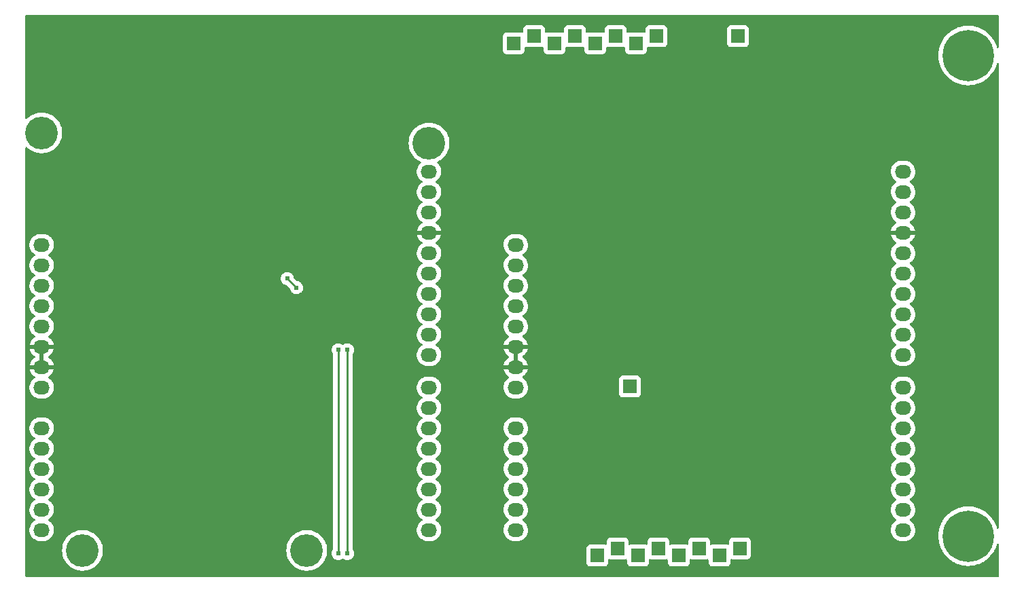
<source format=gbl>
G04 #@! TF.GenerationSoftware,KiCad,Pcbnew,6.0.2+dfsg-1*
G04 #@! TF.CreationDate,2025-02-22T22:39:26-07:00*
G04 #@! TF.ProjectId,ard-ltc2499-test,6172642d-6c74-4633-9234-39392d746573,rev?*
G04 #@! TF.SameCoordinates,Original*
G04 #@! TF.FileFunction,Copper,L2,Bot*
G04 #@! TF.FilePolarity,Positive*
%FSLAX46Y46*%
G04 Gerber Fmt 4.6, Leading zero omitted, Abs format (unit mm)*
G04 Created by KiCad (PCBNEW 6.0.2+dfsg-1) date 2025-02-22 22:39:26*
%MOMM*%
%LPD*%
G01*
G04 APERTURE LIST*
G04 #@! TA.AperFunction,ComponentPad*
%ADD10O,2.032000X1.727200*%
G04 #@! TD*
G04 #@! TA.AperFunction,ComponentPad*
%ADD11C,4.064000*%
G04 #@! TD*
G04 #@! TA.AperFunction,ComponentPad*
%ADD12R,1.700000X1.700000*%
G04 #@! TD*
G04 #@! TA.AperFunction,ComponentPad*
%ADD13C,6.400000*%
G04 #@! TD*
G04 #@! TA.AperFunction,ViaPad*
%ADD14C,0.609600*%
G04 #@! TD*
G04 #@! TA.AperFunction,Conductor*
%ADD15C,0.254000*%
G04 #@! TD*
G04 APERTURE END LIST*
D10*
X113538000Y-85725000D03*
X113538000Y-88265000D03*
X113538000Y-90805000D03*
X113538000Y-93345000D03*
X113538000Y-95885000D03*
X113538000Y-98425000D03*
X113538000Y-100965000D03*
X113538000Y-103505000D03*
X113538000Y-108585000D03*
X113538000Y-111125000D03*
X113538000Y-113665000D03*
X113538000Y-116205000D03*
X113538000Y-118745000D03*
X113538000Y-121285000D03*
X161798000Y-76581000D03*
X161798000Y-79121000D03*
X161798000Y-81661000D03*
X161798000Y-84201000D03*
X161798000Y-86741000D03*
X161798000Y-89281000D03*
X161798000Y-91821000D03*
X161798000Y-94361000D03*
X161798000Y-96901000D03*
X161798000Y-99441000D03*
X161798000Y-103505000D03*
X161798000Y-106045000D03*
X161798000Y-108585000D03*
X161798000Y-111125000D03*
X161798000Y-113665000D03*
X161798000Y-116205000D03*
X161798000Y-118745000D03*
X161798000Y-121285000D03*
D11*
X113538000Y-71755000D03*
X118618000Y-123825000D03*
X161798000Y-73025000D03*
X146558000Y-123825000D03*
D12*
X174879000Y-59690000D03*
D10*
X220853000Y-103505000D03*
X220853000Y-106045000D03*
X220853000Y-108585000D03*
X220853000Y-111125000D03*
X220853000Y-113665000D03*
X220853000Y-116205000D03*
X220853000Y-118745000D03*
X220853000Y-121285000D03*
D12*
X172339000Y-60579000D03*
X200533000Y-123571000D03*
D10*
X172593000Y-108585000D03*
X172593000Y-111125000D03*
X172593000Y-113665000D03*
X172593000Y-116205000D03*
X172593000Y-118745000D03*
X172593000Y-121285000D03*
D12*
X177419000Y-60579000D03*
X195453000Y-123571000D03*
D13*
X228981000Y-122047000D03*
D12*
X187833000Y-124460000D03*
D10*
X220853000Y-76581000D03*
X220853000Y-79121000D03*
X220853000Y-81661000D03*
X220853000Y-84201000D03*
X220853000Y-86741000D03*
X220853000Y-89281000D03*
X220853000Y-91821000D03*
X220853000Y-94361000D03*
X220853000Y-96901000D03*
X220853000Y-99441000D03*
D12*
X185039000Y-59690000D03*
X186817000Y-103378000D03*
X200279000Y-59690000D03*
X182753000Y-124460000D03*
X192913000Y-124460000D03*
X190119000Y-59690000D03*
X197993000Y-124460000D03*
X179959000Y-59690000D03*
X182499000Y-60579000D03*
D10*
X172593000Y-85725000D03*
X172593000Y-88265000D03*
X172593000Y-90805000D03*
X172593000Y-93345000D03*
X172593000Y-95885000D03*
X172593000Y-98425000D03*
X172593000Y-100965000D03*
X172593000Y-103505000D03*
D12*
X185293000Y-123571000D03*
D13*
X228981000Y-62103000D03*
D12*
X190373000Y-123571000D03*
X187579000Y-60579000D03*
D14*
X128397000Y-94742000D03*
X138618011Y-88011000D03*
X129159000Y-94742000D03*
X144272000Y-78486000D03*
X138618011Y-86233000D03*
X138618011Y-87122000D03*
X145288000Y-91059000D03*
X144145000Y-89916000D03*
X150495000Y-98806000D03*
X150495000Y-124206000D03*
X151638000Y-98806000D03*
X151638000Y-124206000D03*
D15*
X150495000Y-124206000D02*
X150495000Y-98806000D01*
X145288000Y-91059000D02*
X144145000Y-89916000D01*
X151638000Y-124206000D02*
X151638000Y-98806000D01*
G04 #@! TA.AperFunction,Conductor*
G36*
X232733121Y-57043002D02*
G01*
X232779614Y-57096658D01*
X232791000Y-57149000D01*
X232791000Y-61036505D01*
X232770998Y-61104626D01*
X232717342Y-61151119D01*
X232647068Y-61161223D01*
X232582488Y-61131729D01*
X232543293Y-61069116D01*
X232531743Y-61026011D01*
X232512833Y-60955438D01*
X232373532Y-60592547D01*
X232197062Y-60246206D01*
X231985357Y-59920207D01*
X231740734Y-59618124D01*
X231465876Y-59343266D01*
X231163793Y-59098643D01*
X230837795Y-58886938D01*
X230834861Y-58885443D01*
X230834854Y-58885439D01*
X230494393Y-58711966D01*
X230491453Y-58710468D01*
X230208111Y-58601703D01*
X230131652Y-58572353D01*
X230131650Y-58572352D01*
X230128562Y-58571167D01*
X229753099Y-58470562D01*
X229549207Y-58438268D01*
X229372424Y-58410268D01*
X229372416Y-58410267D01*
X229369176Y-58409754D01*
X228981000Y-58389411D01*
X228592824Y-58409754D01*
X228589584Y-58410267D01*
X228589576Y-58410268D01*
X228412793Y-58438268D01*
X228208901Y-58470562D01*
X227833438Y-58571167D01*
X227830350Y-58572352D01*
X227830348Y-58572353D01*
X227753889Y-58601703D01*
X227470547Y-58710468D01*
X227467607Y-58711966D01*
X227127147Y-58885439D01*
X227127140Y-58885443D01*
X227124206Y-58886938D01*
X226798207Y-59098643D01*
X226496124Y-59343266D01*
X226221266Y-59618124D01*
X225976643Y-59920207D01*
X225764938Y-60246206D01*
X225588468Y-60592547D01*
X225449167Y-60955438D01*
X225348562Y-61330901D01*
X225348046Y-61334162D01*
X225292812Y-61682891D01*
X225287754Y-61714824D01*
X225267411Y-62103000D01*
X225287754Y-62491176D01*
X225348562Y-62875099D01*
X225449167Y-63250562D01*
X225588468Y-63613453D01*
X225764938Y-63959794D01*
X225976643Y-64285793D01*
X226221266Y-64587876D01*
X226496124Y-64862734D01*
X226798207Y-65107357D01*
X227124205Y-65319062D01*
X227127139Y-65320557D01*
X227127146Y-65320561D01*
X227467607Y-65494034D01*
X227470547Y-65495532D01*
X227833438Y-65634833D01*
X228208901Y-65735438D01*
X228412793Y-65767732D01*
X228589576Y-65795732D01*
X228589584Y-65795733D01*
X228592824Y-65796246D01*
X228981000Y-65816589D01*
X229369176Y-65796246D01*
X229372416Y-65795733D01*
X229372424Y-65795732D01*
X229549207Y-65767732D01*
X229753099Y-65735438D01*
X230128562Y-65634833D01*
X230491453Y-65495532D01*
X230494393Y-65494034D01*
X230834854Y-65320561D01*
X230834861Y-65320557D01*
X230837795Y-65319062D01*
X231163793Y-65107357D01*
X231465876Y-64862734D01*
X231740734Y-64587876D01*
X231985357Y-64285793D01*
X232197062Y-63959794D01*
X232373532Y-63613453D01*
X232512833Y-63250562D01*
X232543293Y-63136884D01*
X232580245Y-63076261D01*
X232644105Y-63045240D01*
X232714600Y-63053668D01*
X232769347Y-63098871D01*
X232791000Y-63169495D01*
X232791000Y-120980505D01*
X232770998Y-121048626D01*
X232717342Y-121095119D01*
X232647068Y-121105223D01*
X232582488Y-121075729D01*
X232543293Y-121013116D01*
X232513688Y-120902630D01*
X232512833Y-120899438D01*
X232508937Y-120889287D01*
X232458366Y-120757547D01*
X232373532Y-120536547D01*
X232250143Y-120294383D01*
X232198561Y-120193147D01*
X232198557Y-120193140D01*
X232197062Y-120190206D01*
X232173234Y-120153513D01*
X231987152Y-119866971D01*
X231987152Y-119866970D01*
X231985357Y-119864207D01*
X231740734Y-119562124D01*
X231465876Y-119287266D01*
X231441890Y-119267842D01*
X231166355Y-119044718D01*
X231163793Y-119042643D01*
X230837795Y-118830938D01*
X230834861Y-118829443D01*
X230834854Y-118829439D01*
X230494393Y-118655966D01*
X230491453Y-118654468D01*
X230128562Y-118515167D01*
X229753099Y-118414562D01*
X229549207Y-118382268D01*
X229372424Y-118354268D01*
X229372416Y-118354267D01*
X229369176Y-118353754D01*
X228981000Y-118333411D01*
X228592824Y-118353754D01*
X228589584Y-118354267D01*
X228589576Y-118354268D01*
X228412793Y-118382268D01*
X228208901Y-118414562D01*
X227833438Y-118515167D01*
X227470547Y-118654468D01*
X227467607Y-118655966D01*
X227127147Y-118829439D01*
X227127140Y-118829443D01*
X227124206Y-118830938D01*
X226798207Y-119042643D01*
X226795645Y-119044718D01*
X226520111Y-119267842D01*
X226496124Y-119287266D01*
X226221266Y-119562124D01*
X225976643Y-119864207D01*
X225974848Y-119866970D01*
X225974848Y-119866971D01*
X225788767Y-120153513D01*
X225764938Y-120190206D01*
X225763443Y-120193140D01*
X225763439Y-120193147D01*
X225711857Y-120294383D01*
X225588468Y-120536547D01*
X225503634Y-120757548D01*
X225453064Y-120889287D01*
X225449167Y-120899438D01*
X225348562Y-121274901D01*
X225287754Y-121658824D01*
X225267411Y-122047000D01*
X225287754Y-122435176D01*
X225288267Y-122438416D01*
X225288268Y-122438424D01*
X225314219Y-122602271D01*
X225348562Y-122819099D01*
X225449167Y-123194562D01*
X225588468Y-123557453D01*
X225589966Y-123560393D01*
X225738732Y-123852361D01*
X225764938Y-123903794D01*
X225766734Y-123906560D01*
X225766736Y-123906563D01*
X225847984Y-124031674D01*
X225976643Y-124229793D01*
X226221266Y-124531876D01*
X226496124Y-124806734D01*
X226498682Y-124808806D01*
X226498686Y-124808809D01*
X226553324Y-124853054D01*
X226798207Y-125051357D01*
X227124205Y-125263062D01*
X227127139Y-125264557D01*
X227127146Y-125264561D01*
X227244338Y-125324273D01*
X227470547Y-125439532D01*
X227691548Y-125524366D01*
X227811066Y-125570245D01*
X227833438Y-125578833D01*
X228208901Y-125679438D01*
X228412793Y-125711732D01*
X228589576Y-125739732D01*
X228589584Y-125739733D01*
X228592824Y-125740246D01*
X228981000Y-125760589D01*
X229369176Y-125740246D01*
X229372416Y-125739733D01*
X229372424Y-125739732D01*
X229549207Y-125711732D01*
X229753099Y-125679438D01*
X230128562Y-125578833D01*
X230150935Y-125570245D01*
X230270452Y-125524366D01*
X230491453Y-125439532D01*
X230717662Y-125324273D01*
X230834854Y-125264561D01*
X230834861Y-125264557D01*
X230837795Y-125263062D01*
X231163793Y-125051357D01*
X231408676Y-124853054D01*
X231463314Y-124808809D01*
X231463318Y-124808806D01*
X231465876Y-124806734D01*
X231740734Y-124531876D01*
X231985357Y-124229793D01*
X232114016Y-124031674D01*
X232195264Y-123906563D01*
X232195266Y-123906560D01*
X232197062Y-123903794D01*
X232223269Y-123852361D01*
X232372034Y-123560393D01*
X232373532Y-123557453D01*
X232512833Y-123194562D01*
X232543293Y-123080884D01*
X232580245Y-123020261D01*
X232644105Y-122989240D01*
X232714600Y-122997668D01*
X232769347Y-123042871D01*
X232791000Y-123113495D01*
X232791000Y-127001000D01*
X232770998Y-127069121D01*
X232717342Y-127115614D01*
X232665000Y-127127000D01*
X111632000Y-127127000D01*
X111563879Y-127106998D01*
X111517386Y-127053342D01*
X111506000Y-127001000D01*
X111506000Y-123825000D01*
X116072477Y-123825000D01*
X116092549Y-124144039D01*
X116152449Y-124458046D01*
X116251233Y-124762070D01*
X116252920Y-124765656D01*
X116252922Y-124765660D01*
X116385653Y-125047729D01*
X116385657Y-125047736D01*
X116387341Y-125051315D01*
X116558629Y-125321221D01*
X116634109Y-125412460D01*
X116759384Y-125563891D01*
X116762394Y-125567530D01*
X116765284Y-125570244D01*
X116765285Y-125570245D01*
X116774430Y-125578833D01*
X116995423Y-125786359D01*
X117254041Y-125974256D01*
X117534169Y-126128258D01*
X117696083Y-126192364D01*
X117827707Y-126244478D01*
X117827710Y-126244479D01*
X117831390Y-126245936D01*
X117835224Y-126246920D01*
X117835232Y-126246923D01*
X118027153Y-126296200D01*
X118141017Y-126325435D01*
X118144945Y-126325931D01*
X118144949Y-126325932D01*
X118270642Y-126341810D01*
X118458165Y-126365500D01*
X118777835Y-126365500D01*
X118965358Y-126341810D01*
X119091051Y-126325932D01*
X119091055Y-126325931D01*
X119094983Y-126325435D01*
X119208847Y-126296200D01*
X119400768Y-126246923D01*
X119400776Y-126246920D01*
X119404610Y-126245936D01*
X119408290Y-126244479D01*
X119408293Y-126244478D01*
X119539917Y-126192364D01*
X119701831Y-126128258D01*
X119981959Y-125974256D01*
X120240577Y-125786359D01*
X120461570Y-125578833D01*
X120470715Y-125570245D01*
X120470716Y-125570244D01*
X120473606Y-125567530D01*
X120476617Y-125563891D01*
X120601891Y-125412460D01*
X120677371Y-125321221D01*
X120848659Y-125051315D01*
X120850343Y-125047736D01*
X120850347Y-125047729D01*
X120983078Y-124765660D01*
X120983080Y-124765656D01*
X120984767Y-124762070D01*
X121083551Y-124458046D01*
X121143451Y-124144039D01*
X121163523Y-123825000D01*
X144012477Y-123825000D01*
X144032549Y-124144039D01*
X144092449Y-124458046D01*
X144191233Y-124762070D01*
X144192920Y-124765656D01*
X144192922Y-124765660D01*
X144325653Y-125047729D01*
X144325657Y-125047736D01*
X144327341Y-125051315D01*
X144498629Y-125321221D01*
X144574109Y-125412460D01*
X144699384Y-125563891D01*
X144702394Y-125567530D01*
X144705284Y-125570244D01*
X144705285Y-125570245D01*
X144714430Y-125578833D01*
X144935423Y-125786359D01*
X145194041Y-125974256D01*
X145474169Y-126128258D01*
X145636083Y-126192364D01*
X145767707Y-126244478D01*
X145767710Y-126244479D01*
X145771390Y-126245936D01*
X145775224Y-126246920D01*
X145775232Y-126246923D01*
X145967153Y-126296200D01*
X146081017Y-126325435D01*
X146084945Y-126325931D01*
X146084949Y-126325932D01*
X146210642Y-126341810D01*
X146398165Y-126365500D01*
X146717835Y-126365500D01*
X146905358Y-126341810D01*
X147031051Y-126325932D01*
X147031055Y-126325931D01*
X147034983Y-126325435D01*
X147148847Y-126296200D01*
X147340768Y-126246923D01*
X147340776Y-126246920D01*
X147344610Y-126245936D01*
X147348290Y-126244479D01*
X147348293Y-126244478D01*
X147479917Y-126192364D01*
X147641831Y-126128258D01*
X147921959Y-125974256D01*
X148180577Y-125786359D01*
X148401570Y-125578833D01*
X148410715Y-125570245D01*
X148410716Y-125570244D01*
X148413606Y-125567530D01*
X148416617Y-125563891D01*
X148541891Y-125412460D01*
X148586834Y-125358134D01*
X181394500Y-125358134D01*
X181401255Y-125420316D01*
X181452385Y-125556705D01*
X181539739Y-125673261D01*
X181656295Y-125760615D01*
X181792684Y-125811745D01*
X181854866Y-125818500D01*
X183651134Y-125818500D01*
X183713316Y-125811745D01*
X183849705Y-125760615D01*
X183966261Y-125673261D01*
X184053615Y-125556705D01*
X184104745Y-125420316D01*
X184111500Y-125358134D01*
X184111500Y-125021625D01*
X184131502Y-124953504D01*
X184185158Y-124907011D01*
X184255432Y-124896907D01*
X184281728Y-124903643D01*
X184332684Y-124922745D01*
X184394866Y-124929500D01*
X186191134Y-124929500D01*
X186253316Y-124922745D01*
X186304271Y-124903643D01*
X186375077Y-124898460D01*
X186437446Y-124932381D01*
X186471576Y-124994636D01*
X186474500Y-125021625D01*
X186474500Y-125358134D01*
X186481255Y-125420316D01*
X186532385Y-125556705D01*
X186619739Y-125673261D01*
X186736295Y-125760615D01*
X186872684Y-125811745D01*
X186934866Y-125818500D01*
X188731134Y-125818500D01*
X188793316Y-125811745D01*
X188929705Y-125760615D01*
X189046261Y-125673261D01*
X189133615Y-125556705D01*
X189184745Y-125420316D01*
X189191500Y-125358134D01*
X189191500Y-125021625D01*
X189211502Y-124953504D01*
X189265158Y-124907011D01*
X189335432Y-124896907D01*
X189361728Y-124903643D01*
X189412684Y-124922745D01*
X189474866Y-124929500D01*
X191271134Y-124929500D01*
X191333316Y-124922745D01*
X191384271Y-124903643D01*
X191455077Y-124898460D01*
X191517446Y-124932381D01*
X191551576Y-124994636D01*
X191554500Y-125021625D01*
X191554500Y-125358134D01*
X191561255Y-125420316D01*
X191612385Y-125556705D01*
X191699739Y-125673261D01*
X191816295Y-125760615D01*
X191952684Y-125811745D01*
X192014866Y-125818500D01*
X193811134Y-125818500D01*
X193873316Y-125811745D01*
X194009705Y-125760615D01*
X194126261Y-125673261D01*
X194213615Y-125556705D01*
X194264745Y-125420316D01*
X194271500Y-125358134D01*
X194271500Y-125021625D01*
X194291502Y-124953504D01*
X194345158Y-124907011D01*
X194415432Y-124896907D01*
X194441728Y-124903643D01*
X194492684Y-124922745D01*
X194554866Y-124929500D01*
X196351134Y-124929500D01*
X196413316Y-124922745D01*
X196464271Y-124903643D01*
X196535077Y-124898460D01*
X196597446Y-124932381D01*
X196631576Y-124994636D01*
X196634500Y-125021625D01*
X196634500Y-125358134D01*
X196641255Y-125420316D01*
X196692385Y-125556705D01*
X196779739Y-125673261D01*
X196896295Y-125760615D01*
X197032684Y-125811745D01*
X197094866Y-125818500D01*
X198891134Y-125818500D01*
X198953316Y-125811745D01*
X199089705Y-125760615D01*
X199206261Y-125673261D01*
X199293615Y-125556705D01*
X199344745Y-125420316D01*
X199351500Y-125358134D01*
X199351500Y-125021625D01*
X199371502Y-124953504D01*
X199425158Y-124907011D01*
X199495432Y-124896907D01*
X199521728Y-124903643D01*
X199572684Y-124922745D01*
X199634866Y-124929500D01*
X201431134Y-124929500D01*
X201493316Y-124922745D01*
X201629705Y-124871615D01*
X201746261Y-124784261D01*
X201833615Y-124667705D01*
X201884745Y-124531316D01*
X201891500Y-124469134D01*
X201891500Y-122672866D01*
X201884745Y-122610684D01*
X201833615Y-122474295D01*
X201746261Y-122357739D01*
X201629705Y-122270385D01*
X201493316Y-122219255D01*
X201431134Y-122212500D01*
X199634866Y-122212500D01*
X199572684Y-122219255D01*
X199436295Y-122270385D01*
X199319739Y-122357739D01*
X199232385Y-122474295D01*
X199181255Y-122610684D01*
X199174500Y-122672866D01*
X199174500Y-123009375D01*
X199154498Y-123077496D01*
X199100842Y-123123989D01*
X199030568Y-123134093D01*
X199004270Y-123127357D01*
X198995286Y-123123989D01*
X198953316Y-123108255D01*
X198891134Y-123101500D01*
X197094866Y-123101500D01*
X197032684Y-123108255D01*
X196990714Y-123123989D01*
X196981730Y-123127357D01*
X196910923Y-123132540D01*
X196848554Y-123098619D01*
X196814424Y-123036364D01*
X196811500Y-123009375D01*
X196811500Y-122672866D01*
X196804745Y-122610684D01*
X196753615Y-122474295D01*
X196666261Y-122357739D01*
X196549705Y-122270385D01*
X196413316Y-122219255D01*
X196351134Y-122212500D01*
X194554866Y-122212500D01*
X194492684Y-122219255D01*
X194356295Y-122270385D01*
X194239739Y-122357739D01*
X194152385Y-122474295D01*
X194101255Y-122610684D01*
X194094500Y-122672866D01*
X194094500Y-123009375D01*
X194074498Y-123077496D01*
X194020842Y-123123989D01*
X193950568Y-123134093D01*
X193924270Y-123127357D01*
X193915286Y-123123989D01*
X193873316Y-123108255D01*
X193811134Y-123101500D01*
X192014866Y-123101500D01*
X191952684Y-123108255D01*
X191910714Y-123123989D01*
X191901730Y-123127357D01*
X191830923Y-123132540D01*
X191768554Y-123098619D01*
X191734424Y-123036364D01*
X191731500Y-123009375D01*
X191731500Y-122672866D01*
X191724745Y-122610684D01*
X191673615Y-122474295D01*
X191586261Y-122357739D01*
X191469705Y-122270385D01*
X191333316Y-122219255D01*
X191271134Y-122212500D01*
X189474866Y-122212500D01*
X189412684Y-122219255D01*
X189276295Y-122270385D01*
X189159739Y-122357739D01*
X189072385Y-122474295D01*
X189021255Y-122610684D01*
X189014500Y-122672866D01*
X189014500Y-123009375D01*
X188994498Y-123077496D01*
X188940842Y-123123989D01*
X188870568Y-123134093D01*
X188844270Y-123127357D01*
X188835286Y-123123989D01*
X188793316Y-123108255D01*
X188731134Y-123101500D01*
X186934866Y-123101500D01*
X186872684Y-123108255D01*
X186830714Y-123123989D01*
X186821730Y-123127357D01*
X186750923Y-123132540D01*
X186688554Y-123098619D01*
X186654424Y-123036364D01*
X186651500Y-123009375D01*
X186651500Y-122672866D01*
X186644745Y-122610684D01*
X186593615Y-122474295D01*
X186506261Y-122357739D01*
X186389705Y-122270385D01*
X186253316Y-122219255D01*
X186191134Y-122212500D01*
X184394866Y-122212500D01*
X184332684Y-122219255D01*
X184196295Y-122270385D01*
X184079739Y-122357739D01*
X183992385Y-122474295D01*
X183941255Y-122610684D01*
X183934500Y-122672866D01*
X183934500Y-123009375D01*
X183914498Y-123077496D01*
X183860842Y-123123989D01*
X183790568Y-123134093D01*
X183764270Y-123127357D01*
X183755286Y-123123989D01*
X183713316Y-123108255D01*
X183651134Y-123101500D01*
X181854866Y-123101500D01*
X181792684Y-123108255D01*
X181656295Y-123159385D01*
X181539739Y-123246739D01*
X181452385Y-123363295D01*
X181401255Y-123499684D01*
X181394500Y-123561866D01*
X181394500Y-125358134D01*
X148586834Y-125358134D01*
X148617371Y-125321221D01*
X148788659Y-125051315D01*
X148790343Y-125047736D01*
X148790347Y-125047729D01*
X148923078Y-124765660D01*
X148923080Y-124765656D01*
X148924767Y-124762070D01*
X149023551Y-124458046D01*
X149073811Y-124194573D01*
X149676634Y-124194573D01*
X149677321Y-124201580D01*
X149677321Y-124201583D01*
X149686967Y-124299957D01*
X149694439Y-124376164D01*
X149752033Y-124549299D01*
X149755682Y-124555324D01*
X149828095Y-124674891D01*
X149846554Y-124705371D01*
X149973303Y-124836623D01*
X149979195Y-124840478D01*
X149979199Y-124840482D01*
X150115233Y-124929500D01*
X150125981Y-124936533D01*
X150132585Y-124938989D01*
X150132587Y-124938990D01*
X150211490Y-124968334D01*
X150297000Y-125000135D01*
X150477860Y-125024267D01*
X150484871Y-125023629D01*
X150484875Y-125023629D01*
X150624580Y-125010914D01*
X150659571Y-125007729D01*
X150666273Y-125005551D01*
X150666275Y-125005551D01*
X150826405Y-124953522D01*
X150826408Y-124953521D01*
X150833104Y-124951345D01*
X150864424Y-124932675D01*
X150983781Y-124861524D01*
X150983780Y-124861524D01*
X150989832Y-124857917D01*
X150992962Y-124854936D01*
X151058310Y-124830066D01*
X151127783Y-124844695D01*
X151137119Y-124850245D01*
X151174593Y-124874767D01*
X151257670Y-124929131D01*
X151268981Y-124936533D01*
X151275585Y-124938989D01*
X151275587Y-124938990D01*
X151354490Y-124968334D01*
X151440000Y-125000135D01*
X151620860Y-125024267D01*
X151627871Y-125023629D01*
X151627875Y-125023629D01*
X151767580Y-125010914D01*
X151802571Y-125007729D01*
X151809273Y-125005551D01*
X151809275Y-125005551D01*
X151969405Y-124953522D01*
X151969408Y-124953521D01*
X151976104Y-124951345D01*
X152000952Y-124936533D01*
X152126777Y-124861527D01*
X152126781Y-124861524D01*
X152132832Y-124857917D01*
X152237443Y-124758297D01*
X152259862Y-124736948D01*
X152259864Y-124736945D01*
X152264966Y-124732087D01*
X152365939Y-124580110D01*
X152413789Y-124454145D01*
X152428233Y-124416122D01*
X152428234Y-124416117D01*
X152430733Y-124409539D01*
X152456127Y-124228852D01*
X152456446Y-124206000D01*
X152436107Y-124024675D01*
X152376101Y-123852361D01*
X152292646Y-123718804D01*
X152273500Y-123652035D01*
X152273500Y-121220132D01*
X160270068Y-121220132D01*
X160278803Y-121452822D01*
X160279898Y-121458040D01*
X160321346Y-121655576D01*
X160326620Y-121680713D01*
X160412150Y-121897290D01*
X160532949Y-122096359D01*
X160536446Y-122100389D01*
X160681225Y-122267233D01*
X160685561Y-122272230D01*
X160689687Y-122275613D01*
X160689691Y-122275617D01*
X160783284Y-122352358D01*
X160865624Y-122419872D01*
X160870260Y-122422511D01*
X160870263Y-122422513D01*
X160892509Y-122435176D01*
X161067989Y-122535065D01*
X161073005Y-122536886D01*
X161073010Y-122536888D01*
X161281854Y-122612695D01*
X161281858Y-122612696D01*
X161286869Y-122614515D01*
X161292118Y-122615464D01*
X161292121Y-122615465D01*
X161372229Y-122629951D01*
X161516007Y-122655950D01*
X161520146Y-122656145D01*
X161520153Y-122656146D01*
X161538905Y-122657030D01*
X161538914Y-122657030D01*
X161540394Y-122657100D01*
X162008868Y-122657100D01*
X162076375Y-122651372D01*
X162177109Y-122642825D01*
X162177113Y-122642824D01*
X162182420Y-122642374D01*
X162187577Y-122641036D01*
X162187580Y-122641035D01*
X162402637Y-122585217D01*
X162402641Y-122585216D01*
X162407806Y-122583875D01*
X162412672Y-122581683D01*
X162412675Y-122581682D01*
X162615240Y-122490433D01*
X162620113Y-122488238D01*
X162628335Y-122482703D01*
X162726689Y-122416487D01*
X162813272Y-122358196D01*
X162899676Y-122275771D01*
X162958919Y-122219255D01*
X162981758Y-122197468D01*
X163120754Y-122010650D01*
X163226286Y-121803084D01*
X163266419Y-121673835D01*
X163293753Y-121585807D01*
X163293754Y-121585801D01*
X163295337Y-121580704D01*
X163325932Y-121349868D01*
X163324964Y-121324068D01*
X163321062Y-121220132D01*
X171065068Y-121220132D01*
X171073803Y-121452822D01*
X171074898Y-121458040D01*
X171116346Y-121655576D01*
X171121620Y-121680713D01*
X171207150Y-121897290D01*
X171327949Y-122096359D01*
X171331446Y-122100389D01*
X171476225Y-122267233D01*
X171480561Y-122272230D01*
X171484687Y-122275613D01*
X171484691Y-122275617D01*
X171578284Y-122352358D01*
X171660624Y-122419872D01*
X171665260Y-122422511D01*
X171665263Y-122422513D01*
X171687509Y-122435176D01*
X171862989Y-122535065D01*
X171868005Y-122536886D01*
X171868010Y-122536888D01*
X172076854Y-122612695D01*
X172076858Y-122612696D01*
X172081869Y-122614515D01*
X172087118Y-122615464D01*
X172087121Y-122615465D01*
X172167229Y-122629951D01*
X172311007Y-122655950D01*
X172315146Y-122656145D01*
X172315153Y-122656146D01*
X172333905Y-122657030D01*
X172333914Y-122657030D01*
X172335394Y-122657100D01*
X172803868Y-122657100D01*
X172871375Y-122651372D01*
X172972109Y-122642825D01*
X172972113Y-122642824D01*
X172977420Y-122642374D01*
X172982577Y-122641036D01*
X172982580Y-122641035D01*
X173197637Y-122585217D01*
X173197641Y-122585216D01*
X173202806Y-122583875D01*
X173207672Y-122581683D01*
X173207675Y-122581682D01*
X173410240Y-122490433D01*
X173415113Y-122488238D01*
X173423335Y-122482703D01*
X173521689Y-122416487D01*
X173608272Y-122358196D01*
X173694676Y-122275771D01*
X173753919Y-122219255D01*
X173776758Y-122197468D01*
X173915754Y-122010650D01*
X174021286Y-121803084D01*
X174061419Y-121673835D01*
X174088753Y-121585807D01*
X174088754Y-121585801D01*
X174090337Y-121580704D01*
X174120932Y-121349868D01*
X174119964Y-121324068D01*
X174116062Y-121220132D01*
X219325068Y-121220132D01*
X219333803Y-121452822D01*
X219334898Y-121458040D01*
X219376346Y-121655576D01*
X219381620Y-121680713D01*
X219467150Y-121897290D01*
X219587949Y-122096359D01*
X219591446Y-122100389D01*
X219736225Y-122267233D01*
X219740561Y-122272230D01*
X219744687Y-122275613D01*
X219744691Y-122275617D01*
X219838284Y-122352358D01*
X219920624Y-122419872D01*
X219925260Y-122422511D01*
X219925263Y-122422513D01*
X219947509Y-122435176D01*
X220122989Y-122535065D01*
X220128005Y-122536886D01*
X220128010Y-122536888D01*
X220336854Y-122612695D01*
X220336858Y-122612696D01*
X220341869Y-122614515D01*
X220347118Y-122615464D01*
X220347121Y-122615465D01*
X220427229Y-122629951D01*
X220571007Y-122655950D01*
X220575146Y-122656145D01*
X220575153Y-122656146D01*
X220593905Y-122657030D01*
X220593914Y-122657030D01*
X220595394Y-122657100D01*
X221063868Y-122657100D01*
X221131375Y-122651372D01*
X221232109Y-122642825D01*
X221232113Y-122642824D01*
X221237420Y-122642374D01*
X221242577Y-122641036D01*
X221242580Y-122641035D01*
X221457637Y-122585217D01*
X221457641Y-122585216D01*
X221462806Y-122583875D01*
X221467672Y-122581683D01*
X221467675Y-122581682D01*
X221670240Y-122490433D01*
X221675113Y-122488238D01*
X221683335Y-122482703D01*
X221781689Y-122416487D01*
X221868272Y-122358196D01*
X221954676Y-122275771D01*
X222013919Y-122219255D01*
X222036758Y-122197468D01*
X222175754Y-122010650D01*
X222281286Y-121803084D01*
X222321419Y-121673835D01*
X222348753Y-121585807D01*
X222348754Y-121585801D01*
X222350337Y-121580704D01*
X222380932Y-121349868D01*
X222379964Y-121324068D01*
X222372397Y-121122509D01*
X222372197Y-121117178D01*
X222324380Y-120889287D01*
X222238850Y-120672710D01*
X222118051Y-120473641D01*
X221965439Y-120297770D01*
X221961313Y-120294387D01*
X221961309Y-120294383D01*
X221789504Y-120153513D01*
X221785376Y-120150128D01*
X221780740Y-120147489D01*
X221780737Y-120147487D01*
X221739748Y-120124155D01*
X221690442Y-120073073D01*
X221676580Y-120003442D01*
X221702563Y-119937371D01*
X221731713Y-119910133D01*
X221799929Y-119864207D01*
X221868272Y-119818196D01*
X222036758Y-119657468D01*
X222175754Y-119470650D01*
X222281286Y-119263084D01*
X222320906Y-119135486D01*
X222348753Y-119045807D01*
X222348754Y-119045801D01*
X222350337Y-119040704D01*
X222377901Y-118832736D01*
X222380232Y-118815152D01*
X222380232Y-118815148D01*
X222380932Y-118809868D01*
X222372197Y-118577178D01*
X222324380Y-118349287D01*
X222238850Y-118132710D01*
X222118051Y-117933641D01*
X221965439Y-117757770D01*
X221961313Y-117754387D01*
X221961309Y-117754383D01*
X221789504Y-117613513D01*
X221785376Y-117610128D01*
X221780740Y-117607489D01*
X221780737Y-117607487D01*
X221739748Y-117584155D01*
X221690442Y-117533073D01*
X221676580Y-117463442D01*
X221702563Y-117397371D01*
X221731713Y-117370133D01*
X221783842Y-117335037D01*
X221868272Y-117278196D01*
X222036758Y-117117468D01*
X222175754Y-116930650D01*
X222281286Y-116723084D01*
X222320906Y-116595486D01*
X222348753Y-116505807D01*
X222348754Y-116505801D01*
X222350337Y-116500704D01*
X222380932Y-116269868D01*
X222372197Y-116037178D01*
X222324380Y-115809287D01*
X222238850Y-115592710D01*
X222118051Y-115393641D01*
X221965439Y-115217770D01*
X221961313Y-115214387D01*
X221961309Y-115214383D01*
X221789504Y-115073513D01*
X221785376Y-115070128D01*
X221780740Y-115067489D01*
X221780737Y-115067487D01*
X221739748Y-115044155D01*
X221690442Y-114993073D01*
X221676580Y-114923442D01*
X221702563Y-114857371D01*
X221731713Y-114830133D01*
X221783842Y-114795037D01*
X221868272Y-114738196D01*
X222036758Y-114577468D01*
X222175754Y-114390650D01*
X222281286Y-114183084D01*
X222320906Y-114055486D01*
X222348753Y-113965807D01*
X222348754Y-113965801D01*
X222350337Y-113960704D01*
X222380932Y-113729868D01*
X222372197Y-113497178D01*
X222324380Y-113269287D01*
X222238850Y-113052710D01*
X222118051Y-112853641D01*
X221965439Y-112677770D01*
X221961313Y-112674387D01*
X221961309Y-112674383D01*
X221789504Y-112533513D01*
X221785376Y-112530128D01*
X221780740Y-112527489D01*
X221780737Y-112527487D01*
X221739748Y-112504155D01*
X221690442Y-112453073D01*
X221676580Y-112383442D01*
X221702563Y-112317371D01*
X221731713Y-112290133D01*
X221783842Y-112255037D01*
X221868272Y-112198196D01*
X222036758Y-112037468D01*
X222175754Y-111850650D01*
X222281286Y-111643084D01*
X222320906Y-111515486D01*
X222348753Y-111425807D01*
X222348754Y-111425801D01*
X222350337Y-111420704D01*
X222380932Y-111189868D01*
X222372197Y-110957178D01*
X222324380Y-110729287D01*
X222238850Y-110512710D01*
X222118051Y-110313641D01*
X221965439Y-110137770D01*
X221961313Y-110134387D01*
X221961309Y-110134383D01*
X221789504Y-109993513D01*
X221785376Y-109990128D01*
X221780740Y-109987489D01*
X221780737Y-109987487D01*
X221739748Y-109964155D01*
X221690442Y-109913073D01*
X221676580Y-109843442D01*
X221702563Y-109777371D01*
X221731713Y-109750133D01*
X221783842Y-109715037D01*
X221868272Y-109658196D01*
X222036758Y-109497468D01*
X222175754Y-109310650D01*
X222281286Y-109103084D01*
X222320906Y-108975486D01*
X222348753Y-108885807D01*
X222348754Y-108885801D01*
X222350337Y-108880704D01*
X222380932Y-108649868D01*
X222372197Y-108417178D01*
X222324380Y-108189287D01*
X222238850Y-107972710D01*
X222118051Y-107773641D01*
X221965439Y-107597770D01*
X221961313Y-107594387D01*
X221961309Y-107594383D01*
X221789504Y-107453513D01*
X221785376Y-107450128D01*
X221780740Y-107447489D01*
X221780737Y-107447487D01*
X221739748Y-107424155D01*
X221690442Y-107373073D01*
X221676580Y-107303442D01*
X221702563Y-107237371D01*
X221731713Y-107210133D01*
X221783842Y-107175037D01*
X221868272Y-107118196D01*
X222036758Y-106957468D01*
X222175754Y-106770650D01*
X222281286Y-106563084D01*
X222320906Y-106435486D01*
X222348753Y-106345807D01*
X222348754Y-106345801D01*
X222350337Y-106340704D01*
X222380932Y-106109868D01*
X222372197Y-105877178D01*
X222324380Y-105649287D01*
X222238850Y-105432710D01*
X222118051Y-105233641D01*
X221965439Y-105057770D01*
X221961313Y-105054387D01*
X221961309Y-105054383D01*
X221789504Y-104913513D01*
X221785376Y-104910128D01*
X221780740Y-104907489D01*
X221780737Y-104907487D01*
X221739748Y-104884155D01*
X221690442Y-104833073D01*
X221676580Y-104763442D01*
X221702563Y-104697371D01*
X221731713Y-104670133D01*
X221840873Y-104596642D01*
X221868272Y-104578196D01*
X222036758Y-104417468D01*
X222175754Y-104230650D01*
X222281286Y-104023084D01*
X222320906Y-103895486D01*
X222348753Y-103805807D01*
X222348754Y-103805801D01*
X222350337Y-103800704D01*
X222380932Y-103569868D01*
X222372197Y-103337178D01*
X222324380Y-103109287D01*
X222238850Y-102892710D01*
X222118051Y-102693641D01*
X221965439Y-102517770D01*
X221961313Y-102514387D01*
X221961309Y-102514383D01*
X221789504Y-102373513D01*
X221785376Y-102370128D01*
X221780740Y-102367489D01*
X221780737Y-102367487D01*
X221587654Y-102257578D01*
X221583011Y-102254935D01*
X221577995Y-102253114D01*
X221577990Y-102253112D01*
X221369146Y-102177305D01*
X221369142Y-102177304D01*
X221364131Y-102175485D01*
X221358882Y-102174536D01*
X221358879Y-102174535D01*
X221274948Y-102159358D01*
X221134993Y-102134050D01*
X221130854Y-102133855D01*
X221130847Y-102133854D01*
X221112095Y-102132970D01*
X221112086Y-102132970D01*
X221110606Y-102132900D01*
X220642132Y-102132900D01*
X220574625Y-102138628D01*
X220473891Y-102147175D01*
X220473887Y-102147176D01*
X220468580Y-102147626D01*
X220463423Y-102148964D01*
X220463420Y-102148965D01*
X220248363Y-102204783D01*
X220248359Y-102204784D01*
X220243194Y-102206125D01*
X220238328Y-102208317D01*
X220238325Y-102208318D01*
X220138886Y-102253112D01*
X220030887Y-102301762D01*
X220026454Y-102304746D01*
X220026453Y-102304747D01*
X219981343Y-102335117D01*
X219837728Y-102431804D01*
X219669242Y-102592532D01*
X219530246Y-102779350D01*
X219424714Y-102986916D01*
X219390189Y-103098106D01*
X219357247Y-103204193D01*
X219357246Y-103204199D01*
X219355663Y-103209296D01*
X219325068Y-103440132D01*
X219333803Y-103672822D01*
X219381620Y-103900713D01*
X219467150Y-104117290D01*
X219587949Y-104316359D01*
X219591446Y-104320389D01*
X219725354Y-104474705D01*
X219740561Y-104492230D01*
X219744687Y-104495613D01*
X219744691Y-104495617D01*
X219840915Y-104574515D01*
X219920624Y-104639872D01*
X219925260Y-104642511D01*
X219925263Y-104642513D01*
X219966252Y-104665845D01*
X220015558Y-104716927D01*
X220029420Y-104786558D01*
X220003437Y-104852629D01*
X219974287Y-104879867D01*
X219837728Y-104971804D01*
X219669242Y-105132532D01*
X219530246Y-105319350D01*
X219424714Y-105526916D01*
X219390188Y-105638106D01*
X219357247Y-105744193D01*
X219357246Y-105744199D01*
X219355663Y-105749296D01*
X219325068Y-105980132D01*
X219333803Y-106212822D01*
X219381620Y-106440713D01*
X219467150Y-106657290D01*
X219587949Y-106856359D01*
X219740561Y-107032230D01*
X219744687Y-107035613D01*
X219744691Y-107035617D01*
X219840915Y-107114515D01*
X219920624Y-107179872D01*
X219925260Y-107182511D01*
X219925263Y-107182513D01*
X219966252Y-107205845D01*
X220015558Y-107256927D01*
X220029420Y-107326558D01*
X220003437Y-107392629D01*
X219974287Y-107419867D01*
X219837728Y-107511804D01*
X219669242Y-107672532D01*
X219530246Y-107859350D01*
X219424714Y-108066916D01*
X219390188Y-108178106D01*
X219357247Y-108284193D01*
X219357246Y-108284199D01*
X219355663Y-108289296D01*
X219325068Y-108520132D01*
X219333803Y-108752822D01*
X219381620Y-108980713D01*
X219467150Y-109197290D01*
X219587949Y-109396359D01*
X219740561Y-109572230D01*
X219744687Y-109575613D01*
X219744691Y-109575617D01*
X219840915Y-109654515D01*
X219920624Y-109719872D01*
X219925260Y-109722511D01*
X219925263Y-109722513D01*
X219966252Y-109745845D01*
X220015558Y-109796927D01*
X220029420Y-109866558D01*
X220003437Y-109932629D01*
X219974287Y-109959867D01*
X219837728Y-110051804D01*
X219669242Y-110212532D01*
X219530246Y-110399350D01*
X219424714Y-110606916D01*
X219390188Y-110718106D01*
X219357247Y-110824193D01*
X219357246Y-110824199D01*
X219355663Y-110829296D01*
X219325068Y-111060132D01*
X219333803Y-111292822D01*
X219381620Y-111520713D01*
X219467150Y-111737290D01*
X219587949Y-111936359D01*
X219740561Y-112112230D01*
X219744687Y-112115613D01*
X219744691Y-112115617D01*
X219840915Y-112194515D01*
X219920624Y-112259872D01*
X219925260Y-112262511D01*
X219925263Y-112262513D01*
X219966252Y-112285845D01*
X220015558Y-112336927D01*
X220029420Y-112406558D01*
X220003437Y-112472629D01*
X219974287Y-112499867D01*
X219837728Y-112591804D01*
X219669242Y-112752532D01*
X219530246Y-112939350D01*
X219424714Y-113146916D01*
X219390188Y-113258106D01*
X219357247Y-113364193D01*
X219357246Y-113364199D01*
X219355663Y-113369296D01*
X219325068Y-113600132D01*
X219333803Y-113832822D01*
X219381620Y-114060713D01*
X219467150Y-114277290D01*
X219587949Y-114476359D01*
X219740561Y-114652230D01*
X219744687Y-114655613D01*
X219744691Y-114655617D01*
X219840915Y-114734515D01*
X219920624Y-114799872D01*
X219925260Y-114802511D01*
X219925263Y-114802513D01*
X219966252Y-114825845D01*
X220015558Y-114876927D01*
X220029420Y-114946558D01*
X220003437Y-115012629D01*
X219974287Y-115039867D01*
X219837728Y-115131804D01*
X219669242Y-115292532D01*
X219530246Y-115479350D01*
X219424714Y-115686916D01*
X219390188Y-115798106D01*
X219357247Y-115904193D01*
X219357246Y-115904199D01*
X219355663Y-115909296D01*
X219325068Y-116140132D01*
X219333803Y-116372822D01*
X219381620Y-116600713D01*
X219467150Y-116817290D01*
X219587949Y-117016359D01*
X219740561Y-117192230D01*
X219744687Y-117195613D01*
X219744691Y-117195617D01*
X219840915Y-117274515D01*
X219920624Y-117339872D01*
X219925260Y-117342511D01*
X219925263Y-117342513D01*
X219966252Y-117365845D01*
X220015558Y-117416927D01*
X220029420Y-117486558D01*
X220003437Y-117552629D01*
X219974287Y-117579867D01*
X219837728Y-117671804D01*
X219669242Y-117832532D01*
X219530246Y-118019350D01*
X219424714Y-118226916D01*
X219391646Y-118333411D01*
X219357247Y-118444193D01*
X219357246Y-118444199D01*
X219355663Y-118449296D01*
X219346775Y-118516353D01*
X219328470Y-118654468D01*
X219325068Y-118680132D01*
X219333803Y-118912822D01*
X219334898Y-118918040D01*
X219361043Y-119042643D01*
X219381620Y-119140713D01*
X219467150Y-119357290D01*
X219587949Y-119556359D01*
X219740561Y-119732230D01*
X219744687Y-119735613D01*
X219744691Y-119735617D01*
X219840915Y-119814515D01*
X219920624Y-119879872D01*
X219925260Y-119882511D01*
X219925263Y-119882513D01*
X219966252Y-119905845D01*
X220015558Y-119956927D01*
X220029420Y-120026558D01*
X220003437Y-120092629D01*
X219974287Y-120119867D01*
X219837728Y-120211804D01*
X219669242Y-120372532D01*
X219530246Y-120559350D01*
X219424714Y-120766916D01*
X219390188Y-120878106D01*
X219357247Y-120984193D01*
X219357246Y-120984199D01*
X219355663Y-120989296D01*
X219325068Y-121220132D01*
X174116062Y-121220132D01*
X174112397Y-121122509D01*
X174112197Y-121117178D01*
X174064380Y-120889287D01*
X173978850Y-120672710D01*
X173858051Y-120473641D01*
X173705439Y-120297770D01*
X173701313Y-120294387D01*
X173701309Y-120294383D01*
X173529504Y-120153513D01*
X173525376Y-120150128D01*
X173520740Y-120147489D01*
X173520737Y-120147487D01*
X173479748Y-120124155D01*
X173430442Y-120073073D01*
X173416580Y-120003442D01*
X173442563Y-119937371D01*
X173471713Y-119910133D01*
X173539929Y-119864207D01*
X173608272Y-119818196D01*
X173776758Y-119657468D01*
X173915754Y-119470650D01*
X174021286Y-119263084D01*
X174060906Y-119135486D01*
X174088753Y-119045807D01*
X174088754Y-119045801D01*
X174090337Y-119040704D01*
X174117901Y-118832736D01*
X174120232Y-118815152D01*
X174120232Y-118815148D01*
X174120932Y-118809868D01*
X174112197Y-118577178D01*
X174064380Y-118349287D01*
X173978850Y-118132710D01*
X173858051Y-117933641D01*
X173705439Y-117757770D01*
X173701313Y-117754387D01*
X173701309Y-117754383D01*
X173529504Y-117613513D01*
X173525376Y-117610128D01*
X173520740Y-117607489D01*
X173520737Y-117607487D01*
X173479748Y-117584155D01*
X173430442Y-117533073D01*
X173416580Y-117463442D01*
X173442563Y-117397371D01*
X173471713Y-117370133D01*
X173523842Y-117335037D01*
X173608272Y-117278196D01*
X173776758Y-117117468D01*
X173915754Y-116930650D01*
X174021286Y-116723084D01*
X174060906Y-116595486D01*
X174088753Y-116505807D01*
X174088754Y-116505801D01*
X174090337Y-116500704D01*
X174120932Y-116269868D01*
X174112197Y-116037178D01*
X174064380Y-115809287D01*
X173978850Y-115592710D01*
X173858051Y-115393641D01*
X173705439Y-115217770D01*
X173701313Y-115214387D01*
X173701309Y-115214383D01*
X173529504Y-115073513D01*
X173525376Y-115070128D01*
X173520740Y-115067489D01*
X173520737Y-115067487D01*
X173479748Y-115044155D01*
X173430442Y-114993073D01*
X173416580Y-114923442D01*
X173442563Y-114857371D01*
X173471713Y-114830133D01*
X173523842Y-114795037D01*
X173608272Y-114738196D01*
X173776758Y-114577468D01*
X173915754Y-114390650D01*
X174021286Y-114183084D01*
X174060906Y-114055486D01*
X174088753Y-113965807D01*
X174088754Y-113965801D01*
X174090337Y-113960704D01*
X174120932Y-113729868D01*
X174112197Y-113497178D01*
X174064380Y-113269287D01*
X173978850Y-113052710D01*
X173858051Y-112853641D01*
X173705439Y-112677770D01*
X173701313Y-112674387D01*
X173701309Y-112674383D01*
X173529504Y-112533513D01*
X173525376Y-112530128D01*
X173520740Y-112527489D01*
X173520737Y-112527487D01*
X173479748Y-112504155D01*
X173430442Y-112453073D01*
X173416580Y-112383442D01*
X173442563Y-112317371D01*
X173471713Y-112290133D01*
X173523842Y-112255037D01*
X173608272Y-112198196D01*
X173776758Y-112037468D01*
X173915754Y-111850650D01*
X174021286Y-111643084D01*
X174060906Y-111515486D01*
X174088753Y-111425807D01*
X174088754Y-111425801D01*
X174090337Y-111420704D01*
X174120932Y-111189868D01*
X174112197Y-110957178D01*
X174064380Y-110729287D01*
X173978850Y-110512710D01*
X173858051Y-110313641D01*
X173705439Y-110137770D01*
X173701313Y-110134387D01*
X173701309Y-110134383D01*
X173529504Y-109993513D01*
X173525376Y-109990128D01*
X173520740Y-109987489D01*
X173520737Y-109987487D01*
X173479748Y-109964155D01*
X173430442Y-109913073D01*
X173416580Y-109843442D01*
X173442563Y-109777371D01*
X173471713Y-109750133D01*
X173523842Y-109715037D01*
X173608272Y-109658196D01*
X173776758Y-109497468D01*
X173915754Y-109310650D01*
X174021286Y-109103084D01*
X174060906Y-108975486D01*
X174088753Y-108885807D01*
X174088754Y-108885801D01*
X174090337Y-108880704D01*
X174120932Y-108649868D01*
X174112197Y-108417178D01*
X174064380Y-108189287D01*
X173978850Y-107972710D01*
X173858051Y-107773641D01*
X173705439Y-107597770D01*
X173701313Y-107594387D01*
X173701309Y-107594383D01*
X173529504Y-107453513D01*
X173525376Y-107450128D01*
X173520740Y-107447489D01*
X173520737Y-107447487D01*
X173327654Y-107337578D01*
X173323011Y-107334935D01*
X173317995Y-107333114D01*
X173317990Y-107333112D01*
X173109146Y-107257305D01*
X173109142Y-107257304D01*
X173104131Y-107255485D01*
X173098882Y-107254536D01*
X173098879Y-107254535D01*
X173018771Y-107240049D01*
X172874993Y-107214050D01*
X172870854Y-107213855D01*
X172870847Y-107213854D01*
X172852095Y-107212970D01*
X172852086Y-107212970D01*
X172850606Y-107212900D01*
X172382132Y-107212900D01*
X172314625Y-107218628D01*
X172213891Y-107227175D01*
X172213887Y-107227176D01*
X172208580Y-107227626D01*
X172203423Y-107228964D01*
X172203420Y-107228965D01*
X171988363Y-107284783D01*
X171988359Y-107284784D01*
X171983194Y-107286125D01*
X171978328Y-107288317D01*
X171978325Y-107288318D01*
X171878886Y-107333112D01*
X171770887Y-107381762D01*
X171766454Y-107384746D01*
X171766453Y-107384747D01*
X171721343Y-107415117D01*
X171577728Y-107511804D01*
X171409242Y-107672532D01*
X171270246Y-107859350D01*
X171164714Y-108066916D01*
X171130188Y-108178106D01*
X171097247Y-108284193D01*
X171097246Y-108284199D01*
X171095663Y-108289296D01*
X171065068Y-108520132D01*
X171073803Y-108752822D01*
X171121620Y-108980713D01*
X171207150Y-109197290D01*
X171327949Y-109396359D01*
X171480561Y-109572230D01*
X171484687Y-109575613D01*
X171484691Y-109575617D01*
X171580915Y-109654515D01*
X171660624Y-109719872D01*
X171665260Y-109722511D01*
X171665263Y-109722513D01*
X171706252Y-109745845D01*
X171755558Y-109796927D01*
X171769420Y-109866558D01*
X171743437Y-109932629D01*
X171714287Y-109959867D01*
X171577728Y-110051804D01*
X171409242Y-110212532D01*
X171270246Y-110399350D01*
X171164714Y-110606916D01*
X171130188Y-110718106D01*
X171097247Y-110824193D01*
X171097246Y-110824199D01*
X171095663Y-110829296D01*
X171065068Y-111060132D01*
X171073803Y-111292822D01*
X171121620Y-111520713D01*
X171207150Y-111737290D01*
X171327949Y-111936359D01*
X171480561Y-112112230D01*
X171484687Y-112115613D01*
X171484691Y-112115617D01*
X171580915Y-112194515D01*
X171660624Y-112259872D01*
X171665260Y-112262511D01*
X171665263Y-112262513D01*
X171706252Y-112285845D01*
X171755558Y-112336927D01*
X171769420Y-112406558D01*
X171743437Y-112472629D01*
X171714287Y-112499867D01*
X171577728Y-112591804D01*
X171409242Y-112752532D01*
X171270246Y-112939350D01*
X171164714Y-113146916D01*
X171130188Y-113258106D01*
X171097247Y-113364193D01*
X171097246Y-113364199D01*
X171095663Y-113369296D01*
X171065068Y-113600132D01*
X171073803Y-113832822D01*
X171121620Y-114060713D01*
X171207150Y-114277290D01*
X171327949Y-114476359D01*
X171480561Y-114652230D01*
X171484687Y-114655613D01*
X171484691Y-114655617D01*
X171580915Y-114734515D01*
X171660624Y-114799872D01*
X171665260Y-114802511D01*
X171665263Y-114802513D01*
X171706252Y-114825845D01*
X171755558Y-114876927D01*
X171769420Y-114946558D01*
X171743437Y-115012629D01*
X171714287Y-115039867D01*
X171577728Y-115131804D01*
X171409242Y-115292532D01*
X171270246Y-115479350D01*
X171164714Y-115686916D01*
X171130188Y-115798106D01*
X171097247Y-115904193D01*
X171097246Y-115904199D01*
X171095663Y-115909296D01*
X171065068Y-116140132D01*
X171073803Y-116372822D01*
X171121620Y-116600713D01*
X171207150Y-116817290D01*
X171327949Y-117016359D01*
X171480561Y-117192230D01*
X171484687Y-117195613D01*
X171484691Y-117195617D01*
X171580915Y-117274515D01*
X171660624Y-117339872D01*
X171665260Y-117342511D01*
X171665263Y-117342513D01*
X171706252Y-117365845D01*
X171755558Y-117416927D01*
X171769420Y-117486558D01*
X171743437Y-117552629D01*
X171714287Y-117579867D01*
X171577728Y-117671804D01*
X171409242Y-117832532D01*
X171270246Y-118019350D01*
X171164714Y-118226916D01*
X171131646Y-118333411D01*
X171097247Y-118444193D01*
X171097246Y-118444199D01*
X171095663Y-118449296D01*
X171086775Y-118516353D01*
X171068470Y-118654468D01*
X171065068Y-118680132D01*
X171073803Y-118912822D01*
X171074898Y-118918040D01*
X171101043Y-119042643D01*
X171121620Y-119140713D01*
X171207150Y-119357290D01*
X171327949Y-119556359D01*
X171480561Y-119732230D01*
X171484687Y-119735613D01*
X171484691Y-119735617D01*
X171580915Y-119814515D01*
X171660624Y-119879872D01*
X171665260Y-119882511D01*
X171665263Y-119882513D01*
X171706252Y-119905845D01*
X171755558Y-119956927D01*
X171769420Y-120026558D01*
X171743437Y-120092629D01*
X171714287Y-120119867D01*
X171577728Y-120211804D01*
X171409242Y-120372532D01*
X171270246Y-120559350D01*
X171164714Y-120766916D01*
X171130188Y-120878106D01*
X171097247Y-120984193D01*
X171097246Y-120984199D01*
X171095663Y-120989296D01*
X171065068Y-121220132D01*
X163321062Y-121220132D01*
X163317397Y-121122509D01*
X163317197Y-121117178D01*
X163269380Y-120889287D01*
X163183850Y-120672710D01*
X163063051Y-120473641D01*
X162910439Y-120297770D01*
X162906313Y-120294387D01*
X162906309Y-120294383D01*
X162734504Y-120153513D01*
X162730376Y-120150128D01*
X162725740Y-120147489D01*
X162725737Y-120147487D01*
X162684748Y-120124155D01*
X162635442Y-120073073D01*
X162621580Y-120003442D01*
X162647563Y-119937371D01*
X162676713Y-119910133D01*
X162744929Y-119864207D01*
X162813272Y-119818196D01*
X162981758Y-119657468D01*
X163120754Y-119470650D01*
X163226286Y-119263084D01*
X163265906Y-119135486D01*
X163293753Y-119045807D01*
X163293754Y-119045801D01*
X163295337Y-119040704D01*
X163322901Y-118832736D01*
X163325232Y-118815152D01*
X163325232Y-118815148D01*
X163325932Y-118809868D01*
X163317197Y-118577178D01*
X163269380Y-118349287D01*
X163183850Y-118132710D01*
X163063051Y-117933641D01*
X162910439Y-117757770D01*
X162906313Y-117754387D01*
X162906309Y-117754383D01*
X162734504Y-117613513D01*
X162730376Y-117610128D01*
X162725740Y-117607489D01*
X162725737Y-117607487D01*
X162684748Y-117584155D01*
X162635442Y-117533073D01*
X162621580Y-117463442D01*
X162647563Y-117397371D01*
X162676713Y-117370133D01*
X162728842Y-117335037D01*
X162813272Y-117278196D01*
X162981758Y-117117468D01*
X163120754Y-116930650D01*
X163226286Y-116723084D01*
X163265906Y-116595486D01*
X163293753Y-116505807D01*
X163293754Y-116505801D01*
X163295337Y-116500704D01*
X163325932Y-116269868D01*
X163317197Y-116037178D01*
X163269380Y-115809287D01*
X163183850Y-115592710D01*
X163063051Y-115393641D01*
X162910439Y-115217770D01*
X162906313Y-115214387D01*
X162906309Y-115214383D01*
X162734504Y-115073513D01*
X162730376Y-115070128D01*
X162725740Y-115067489D01*
X162725737Y-115067487D01*
X162684748Y-115044155D01*
X162635442Y-114993073D01*
X162621580Y-114923442D01*
X162647563Y-114857371D01*
X162676713Y-114830133D01*
X162728842Y-114795037D01*
X162813272Y-114738196D01*
X162981758Y-114577468D01*
X163120754Y-114390650D01*
X163226286Y-114183084D01*
X163265906Y-114055486D01*
X163293753Y-113965807D01*
X163293754Y-113965801D01*
X163295337Y-113960704D01*
X163325932Y-113729868D01*
X163317197Y-113497178D01*
X163269380Y-113269287D01*
X163183850Y-113052710D01*
X163063051Y-112853641D01*
X162910439Y-112677770D01*
X162906313Y-112674387D01*
X162906309Y-112674383D01*
X162734504Y-112533513D01*
X162730376Y-112530128D01*
X162725740Y-112527489D01*
X162725737Y-112527487D01*
X162684748Y-112504155D01*
X162635442Y-112453073D01*
X162621580Y-112383442D01*
X162647563Y-112317371D01*
X162676713Y-112290133D01*
X162728842Y-112255037D01*
X162813272Y-112198196D01*
X162981758Y-112037468D01*
X163120754Y-111850650D01*
X163226286Y-111643084D01*
X163265906Y-111515486D01*
X163293753Y-111425807D01*
X163293754Y-111425801D01*
X163295337Y-111420704D01*
X163325932Y-111189868D01*
X163317197Y-110957178D01*
X163269380Y-110729287D01*
X163183850Y-110512710D01*
X163063051Y-110313641D01*
X162910439Y-110137770D01*
X162906313Y-110134387D01*
X162906309Y-110134383D01*
X162734504Y-109993513D01*
X162730376Y-109990128D01*
X162725740Y-109987489D01*
X162725737Y-109987487D01*
X162684748Y-109964155D01*
X162635442Y-109913073D01*
X162621580Y-109843442D01*
X162647563Y-109777371D01*
X162676713Y-109750133D01*
X162728842Y-109715037D01*
X162813272Y-109658196D01*
X162981758Y-109497468D01*
X163120754Y-109310650D01*
X163226286Y-109103084D01*
X163265906Y-108975486D01*
X163293753Y-108885807D01*
X163293754Y-108885801D01*
X163295337Y-108880704D01*
X163325932Y-108649868D01*
X163317197Y-108417178D01*
X163269380Y-108189287D01*
X163183850Y-107972710D01*
X163063051Y-107773641D01*
X162910439Y-107597770D01*
X162906313Y-107594387D01*
X162906309Y-107594383D01*
X162734504Y-107453513D01*
X162730376Y-107450128D01*
X162725740Y-107447489D01*
X162725737Y-107447487D01*
X162684748Y-107424155D01*
X162635442Y-107373073D01*
X162621580Y-107303442D01*
X162647563Y-107237371D01*
X162676713Y-107210133D01*
X162728842Y-107175037D01*
X162813272Y-107118196D01*
X162981758Y-106957468D01*
X163120754Y-106770650D01*
X163226286Y-106563084D01*
X163265906Y-106435486D01*
X163293753Y-106345807D01*
X163293754Y-106345801D01*
X163295337Y-106340704D01*
X163325932Y-106109868D01*
X163317197Y-105877178D01*
X163269380Y-105649287D01*
X163183850Y-105432710D01*
X163063051Y-105233641D01*
X162910439Y-105057770D01*
X162906313Y-105054387D01*
X162906309Y-105054383D01*
X162734504Y-104913513D01*
X162730376Y-104910128D01*
X162725740Y-104907489D01*
X162725737Y-104907487D01*
X162684748Y-104884155D01*
X162635442Y-104833073D01*
X162621580Y-104763442D01*
X162647563Y-104697371D01*
X162676713Y-104670133D01*
X162785873Y-104596642D01*
X162813272Y-104578196D01*
X162981758Y-104417468D01*
X163120754Y-104230650D01*
X163226286Y-104023084D01*
X163265906Y-103895486D01*
X163293753Y-103805807D01*
X163293754Y-103805801D01*
X163295337Y-103800704D01*
X163325932Y-103569868D01*
X163321062Y-103440132D01*
X171065068Y-103440132D01*
X171073803Y-103672822D01*
X171121620Y-103900713D01*
X171207150Y-104117290D01*
X171327949Y-104316359D01*
X171331446Y-104320389D01*
X171465354Y-104474705D01*
X171480561Y-104492230D01*
X171484687Y-104495613D01*
X171484691Y-104495617D01*
X171580915Y-104574515D01*
X171660624Y-104639872D01*
X171665260Y-104642511D01*
X171665263Y-104642513D01*
X171734223Y-104681767D01*
X171862989Y-104755065D01*
X171868005Y-104756886D01*
X171868010Y-104756888D01*
X172076854Y-104832695D01*
X172076858Y-104832696D01*
X172081869Y-104834515D01*
X172087118Y-104835464D01*
X172087121Y-104835465D01*
X172167229Y-104849951D01*
X172311007Y-104875950D01*
X172315146Y-104876145D01*
X172315153Y-104876146D01*
X172333905Y-104877030D01*
X172333914Y-104877030D01*
X172335394Y-104877100D01*
X172803868Y-104877100D01*
X172871375Y-104871372D01*
X172972109Y-104862825D01*
X172972113Y-104862824D01*
X172977420Y-104862374D01*
X172982577Y-104861036D01*
X172982580Y-104861035D01*
X173197637Y-104805217D01*
X173197641Y-104805216D01*
X173202806Y-104803875D01*
X173207672Y-104801683D01*
X173207675Y-104801682D01*
X173410240Y-104710433D01*
X173415113Y-104708238D01*
X173431255Y-104697371D01*
X173580873Y-104596642D01*
X173608272Y-104578196D01*
X173776758Y-104417468D01*
X173881913Y-104276134D01*
X185458500Y-104276134D01*
X185465255Y-104338316D01*
X185516385Y-104474705D01*
X185603739Y-104591261D01*
X185720295Y-104678615D01*
X185856684Y-104729745D01*
X185918866Y-104736500D01*
X187715134Y-104736500D01*
X187777316Y-104729745D01*
X187913705Y-104678615D01*
X188030261Y-104591261D01*
X188117615Y-104474705D01*
X188168745Y-104338316D01*
X188175500Y-104276134D01*
X188175500Y-102479866D01*
X188168745Y-102417684D01*
X188117615Y-102281295D01*
X188030261Y-102164739D01*
X187913705Y-102077385D01*
X187777316Y-102026255D01*
X187715134Y-102019500D01*
X185918866Y-102019500D01*
X185856684Y-102026255D01*
X185720295Y-102077385D01*
X185603739Y-102164739D01*
X185516385Y-102281295D01*
X185465255Y-102417684D01*
X185458500Y-102479866D01*
X185458500Y-104276134D01*
X173881913Y-104276134D01*
X173915754Y-104230650D01*
X174021286Y-104023084D01*
X174060906Y-103895486D01*
X174088753Y-103805807D01*
X174088754Y-103805801D01*
X174090337Y-103800704D01*
X174120932Y-103569868D01*
X174112197Y-103337178D01*
X174064380Y-103109287D01*
X173978850Y-102892710D01*
X173858051Y-102693641D01*
X173705439Y-102517770D01*
X173701313Y-102514387D01*
X173701309Y-102514383D01*
X173529504Y-102373513D01*
X173525376Y-102370128D01*
X173479261Y-102343878D01*
X173429956Y-102292798D01*
X173416094Y-102223168D01*
X173442077Y-102157096D01*
X173471227Y-102129857D01*
X173603530Y-102040785D01*
X173611816Y-102034124D01*
X173772520Y-101880820D01*
X173779569Y-101872852D01*
X173912144Y-101694664D01*
X173917743Y-101685634D01*
X174018402Y-101487653D01*
X174022405Y-101477792D01*
X174088263Y-101265699D01*
X174090548Y-101255304D01*
X174092980Y-101236959D01*
X174090783Y-101222792D01*
X174077599Y-101219000D01*
X171110512Y-101219000D01*
X171096981Y-101222973D01*
X171095456Y-101233580D01*
X171121004Y-101355343D01*
X171124064Y-101365539D01*
X171205637Y-101572097D01*
X171210371Y-101581634D01*
X171325586Y-101771503D01*
X171331850Y-101780093D01*
X171477411Y-101947837D01*
X171485041Y-101955257D01*
X171656780Y-102096073D01*
X171665551Y-102102102D01*
X171706715Y-102125533D01*
X171756022Y-102176615D01*
X171769884Y-102246245D01*
X171743901Y-102312316D01*
X171714751Y-102339555D01*
X171577728Y-102431804D01*
X171409242Y-102592532D01*
X171270246Y-102779350D01*
X171164714Y-102986916D01*
X171130189Y-103098106D01*
X171097247Y-103204193D01*
X171097246Y-103204199D01*
X171095663Y-103209296D01*
X171065068Y-103440132D01*
X163321062Y-103440132D01*
X163317197Y-103337178D01*
X163269380Y-103109287D01*
X163183850Y-102892710D01*
X163063051Y-102693641D01*
X162910439Y-102517770D01*
X162906313Y-102514387D01*
X162906309Y-102514383D01*
X162734504Y-102373513D01*
X162730376Y-102370128D01*
X162725740Y-102367489D01*
X162725737Y-102367487D01*
X162532654Y-102257578D01*
X162528011Y-102254935D01*
X162522995Y-102253114D01*
X162522990Y-102253112D01*
X162314146Y-102177305D01*
X162314142Y-102177304D01*
X162309131Y-102175485D01*
X162303882Y-102174536D01*
X162303879Y-102174535D01*
X162219948Y-102159358D01*
X162079993Y-102134050D01*
X162075854Y-102133855D01*
X162075847Y-102133854D01*
X162057095Y-102132970D01*
X162057086Y-102132970D01*
X162055606Y-102132900D01*
X161587132Y-102132900D01*
X161519625Y-102138628D01*
X161418891Y-102147175D01*
X161418887Y-102147176D01*
X161413580Y-102147626D01*
X161408423Y-102148964D01*
X161408420Y-102148965D01*
X161193363Y-102204783D01*
X161193359Y-102204784D01*
X161188194Y-102206125D01*
X161183328Y-102208317D01*
X161183325Y-102208318D01*
X161083886Y-102253112D01*
X160975887Y-102301762D01*
X160971454Y-102304746D01*
X160971453Y-102304747D01*
X160926343Y-102335117D01*
X160782728Y-102431804D01*
X160614242Y-102592532D01*
X160475246Y-102779350D01*
X160369714Y-102986916D01*
X160335189Y-103098106D01*
X160302247Y-103204193D01*
X160302246Y-103204199D01*
X160300663Y-103209296D01*
X160270068Y-103440132D01*
X160278803Y-103672822D01*
X160326620Y-103900713D01*
X160412150Y-104117290D01*
X160532949Y-104316359D01*
X160536446Y-104320389D01*
X160670354Y-104474705D01*
X160685561Y-104492230D01*
X160689687Y-104495613D01*
X160689691Y-104495617D01*
X160785915Y-104574515D01*
X160865624Y-104639872D01*
X160870260Y-104642511D01*
X160870263Y-104642513D01*
X160911252Y-104665845D01*
X160960558Y-104716927D01*
X160974420Y-104786558D01*
X160948437Y-104852629D01*
X160919287Y-104879867D01*
X160782728Y-104971804D01*
X160614242Y-105132532D01*
X160475246Y-105319350D01*
X160369714Y-105526916D01*
X160335188Y-105638106D01*
X160302247Y-105744193D01*
X160302246Y-105744199D01*
X160300663Y-105749296D01*
X160270068Y-105980132D01*
X160278803Y-106212822D01*
X160326620Y-106440713D01*
X160412150Y-106657290D01*
X160532949Y-106856359D01*
X160685561Y-107032230D01*
X160689687Y-107035613D01*
X160689691Y-107035617D01*
X160785915Y-107114515D01*
X160865624Y-107179872D01*
X160870260Y-107182511D01*
X160870263Y-107182513D01*
X160911252Y-107205845D01*
X160960558Y-107256927D01*
X160974420Y-107326558D01*
X160948437Y-107392629D01*
X160919287Y-107419867D01*
X160782728Y-107511804D01*
X160614242Y-107672532D01*
X160475246Y-107859350D01*
X160369714Y-108066916D01*
X160335188Y-108178106D01*
X160302247Y-108284193D01*
X160302246Y-108284199D01*
X160300663Y-108289296D01*
X160270068Y-108520132D01*
X160278803Y-108752822D01*
X160326620Y-108980713D01*
X160412150Y-109197290D01*
X160532949Y-109396359D01*
X160685561Y-109572230D01*
X160689687Y-109575613D01*
X160689691Y-109575617D01*
X160785915Y-109654515D01*
X160865624Y-109719872D01*
X160870260Y-109722511D01*
X160870263Y-109722513D01*
X160911252Y-109745845D01*
X160960558Y-109796927D01*
X160974420Y-109866558D01*
X160948437Y-109932629D01*
X160919287Y-109959867D01*
X160782728Y-110051804D01*
X160614242Y-110212532D01*
X160475246Y-110399350D01*
X160369714Y-110606916D01*
X160335188Y-110718106D01*
X160302247Y-110824193D01*
X160302246Y-110824199D01*
X160300663Y-110829296D01*
X160270068Y-111060132D01*
X160278803Y-111292822D01*
X160326620Y-111520713D01*
X160412150Y-111737290D01*
X160532949Y-111936359D01*
X160685561Y-112112230D01*
X160689687Y-112115613D01*
X160689691Y-112115617D01*
X160785915Y-112194515D01*
X160865624Y-112259872D01*
X160870260Y-112262511D01*
X160870263Y-112262513D01*
X160911252Y-112285845D01*
X160960558Y-112336927D01*
X160974420Y-112406558D01*
X160948437Y-112472629D01*
X160919287Y-112499867D01*
X160782728Y-112591804D01*
X160614242Y-112752532D01*
X160475246Y-112939350D01*
X160369714Y-113146916D01*
X160335188Y-113258106D01*
X160302247Y-113364193D01*
X160302246Y-113364199D01*
X160300663Y-113369296D01*
X160270068Y-113600132D01*
X160278803Y-113832822D01*
X160326620Y-114060713D01*
X160412150Y-114277290D01*
X160532949Y-114476359D01*
X160685561Y-114652230D01*
X160689687Y-114655613D01*
X160689691Y-114655617D01*
X160785915Y-114734515D01*
X160865624Y-114799872D01*
X160870260Y-114802511D01*
X160870263Y-114802513D01*
X160911252Y-114825845D01*
X160960558Y-114876927D01*
X160974420Y-114946558D01*
X160948437Y-115012629D01*
X160919287Y-115039867D01*
X160782728Y-115131804D01*
X160614242Y-115292532D01*
X160475246Y-115479350D01*
X160369714Y-115686916D01*
X160335188Y-115798106D01*
X160302247Y-115904193D01*
X160302246Y-115904199D01*
X160300663Y-115909296D01*
X160270068Y-116140132D01*
X160278803Y-116372822D01*
X160326620Y-116600713D01*
X160412150Y-116817290D01*
X160532949Y-117016359D01*
X160685561Y-117192230D01*
X160689687Y-117195613D01*
X160689691Y-117195617D01*
X160785915Y-117274515D01*
X160865624Y-117339872D01*
X160870260Y-117342511D01*
X160870263Y-117342513D01*
X160911252Y-117365845D01*
X160960558Y-117416927D01*
X160974420Y-117486558D01*
X160948437Y-117552629D01*
X160919287Y-117579867D01*
X160782728Y-117671804D01*
X160614242Y-117832532D01*
X160475246Y-118019350D01*
X160369714Y-118226916D01*
X160336646Y-118333411D01*
X160302247Y-118444193D01*
X160302246Y-118444199D01*
X160300663Y-118449296D01*
X160291775Y-118516353D01*
X160273470Y-118654468D01*
X160270068Y-118680132D01*
X160278803Y-118912822D01*
X160279898Y-118918040D01*
X160306043Y-119042643D01*
X160326620Y-119140713D01*
X160412150Y-119357290D01*
X160532949Y-119556359D01*
X160685561Y-119732230D01*
X160689687Y-119735613D01*
X160689691Y-119735617D01*
X160785915Y-119814515D01*
X160865624Y-119879872D01*
X160870260Y-119882511D01*
X160870263Y-119882513D01*
X160911252Y-119905845D01*
X160960558Y-119956927D01*
X160974420Y-120026558D01*
X160948437Y-120092629D01*
X160919287Y-120119867D01*
X160782728Y-120211804D01*
X160614242Y-120372532D01*
X160475246Y-120559350D01*
X160369714Y-120766916D01*
X160335188Y-120878106D01*
X160302247Y-120984193D01*
X160302246Y-120984199D01*
X160300663Y-120989296D01*
X160270068Y-121220132D01*
X152273500Y-121220132D01*
X152273500Y-99376132D01*
X160270068Y-99376132D01*
X160278803Y-99608822D01*
X160326620Y-99836713D01*
X160412150Y-100053290D01*
X160532949Y-100252359D01*
X160685561Y-100428230D01*
X160689687Y-100431613D01*
X160689691Y-100431617D01*
X160714804Y-100452208D01*
X160865624Y-100575872D01*
X160870260Y-100578511D01*
X160870263Y-100578513D01*
X160980482Y-100641253D01*
X161067989Y-100691065D01*
X161073005Y-100692886D01*
X161073010Y-100692888D01*
X161281854Y-100768695D01*
X161281858Y-100768696D01*
X161286869Y-100770515D01*
X161292118Y-100771464D01*
X161292121Y-100771465D01*
X161372229Y-100785951D01*
X161516007Y-100811950D01*
X161520146Y-100812145D01*
X161520153Y-100812146D01*
X161538905Y-100813030D01*
X161538914Y-100813030D01*
X161540394Y-100813100D01*
X162008868Y-100813100D01*
X162076375Y-100807372D01*
X162177109Y-100798825D01*
X162177113Y-100798824D01*
X162182420Y-100798374D01*
X162187577Y-100797036D01*
X162187580Y-100797035D01*
X162402637Y-100741217D01*
X162402641Y-100741216D01*
X162407806Y-100739875D01*
X162412672Y-100737683D01*
X162412675Y-100737682D01*
X162511774Y-100693041D01*
X171093020Y-100693041D01*
X171095217Y-100707208D01*
X171108401Y-100711000D01*
X172320885Y-100711000D01*
X172336124Y-100706525D01*
X172337329Y-100705135D01*
X172339000Y-100697452D01*
X172339000Y-100692885D01*
X172847000Y-100692885D01*
X172851475Y-100708124D01*
X172852865Y-100709329D01*
X172860548Y-100711000D01*
X174075488Y-100711000D01*
X174089019Y-100707027D01*
X174090544Y-100696420D01*
X174064996Y-100574657D01*
X174061936Y-100564461D01*
X173980363Y-100357903D01*
X173975629Y-100348366D01*
X173860414Y-100158497D01*
X173854150Y-100149907D01*
X173708589Y-99982163D01*
X173700959Y-99974743D01*
X173529220Y-99833927D01*
X173520458Y-99827905D01*
X173478798Y-99804190D01*
X173429492Y-99753107D01*
X173415631Y-99683476D01*
X173441615Y-99617406D01*
X173470764Y-99590168D01*
X173603531Y-99500785D01*
X173611816Y-99494124D01*
X173735503Y-99376132D01*
X219325068Y-99376132D01*
X219333803Y-99608822D01*
X219381620Y-99836713D01*
X219467150Y-100053290D01*
X219587949Y-100252359D01*
X219740561Y-100428230D01*
X219744687Y-100431613D01*
X219744691Y-100431617D01*
X219769804Y-100452208D01*
X219920624Y-100575872D01*
X219925260Y-100578511D01*
X219925263Y-100578513D01*
X220035482Y-100641253D01*
X220122989Y-100691065D01*
X220128005Y-100692886D01*
X220128010Y-100692888D01*
X220336854Y-100768695D01*
X220336858Y-100768696D01*
X220341869Y-100770515D01*
X220347118Y-100771464D01*
X220347121Y-100771465D01*
X220427229Y-100785951D01*
X220571007Y-100811950D01*
X220575146Y-100812145D01*
X220575153Y-100812146D01*
X220593905Y-100813030D01*
X220593914Y-100813030D01*
X220595394Y-100813100D01*
X221063868Y-100813100D01*
X221131375Y-100807372D01*
X221232109Y-100798825D01*
X221232113Y-100798824D01*
X221237420Y-100798374D01*
X221242577Y-100797036D01*
X221242580Y-100797035D01*
X221457637Y-100741217D01*
X221457641Y-100741216D01*
X221462806Y-100739875D01*
X221467672Y-100737683D01*
X221467675Y-100737682D01*
X221670240Y-100646433D01*
X221675113Y-100644238D01*
X221868272Y-100514196D01*
X222036758Y-100353468D01*
X222175754Y-100166650D01*
X222281286Y-99959084D01*
X222345244Y-99753107D01*
X222348753Y-99741807D01*
X222348754Y-99741801D01*
X222350337Y-99736704D01*
X222369759Y-99590168D01*
X222380232Y-99511152D01*
X222380232Y-99511148D01*
X222380932Y-99505868D01*
X222372197Y-99273178D01*
X222324380Y-99045287D01*
X222238850Y-98828710D01*
X222118051Y-98629641D01*
X221965439Y-98453770D01*
X221961313Y-98450387D01*
X221961309Y-98450383D01*
X221789504Y-98309513D01*
X221785376Y-98306128D01*
X221780740Y-98303489D01*
X221780737Y-98303487D01*
X221739748Y-98280155D01*
X221690442Y-98229073D01*
X221676580Y-98159442D01*
X221702563Y-98093371D01*
X221731713Y-98066133D01*
X221847162Y-97988408D01*
X221868272Y-97974196D01*
X222036758Y-97813468D01*
X222175754Y-97626650D01*
X222281286Y-97419084D01*
X222320906Y-97291486D01*
X222348753Y-97201807D01*
X222348754Y-97201801D01*
X222350337Y-97196704D01*
X222380932Y-96965868D01*
X222372197Y-96733178D01*
X222324380Y-96505287D01*
X222238850Y-96288710D01*
X222118051Y-96089641D01*
X222027117Y-95984848D01*
X221968939Y-95917803D01*
X221968937Y-95917801D01*
X221965439Y-95913770D01*
X221961313Y-95910387D01*
X221961309Y-95910383D01*
X221789504Y-95769513D01*
X221785376Y-95766128D01*
X221780740Y-95763489D01*
X221780737Y-95763487D01*
X221739748Y-95740155D01*
X221690442Y-95689073D01*
X221676580Y-95619442D01*
X221702563Y-95553371D01*
X221731713Y-95526133D01*
X221793824Y-95484317D01*
X221868272Y-95434196D01*
X221938800Y-95366916D01*
X222032896Y-95277152D01*
X222036758Y-95273468D01*
X222175754Y-95086650D01*
X222231069Y-94977853D01*
X222278867Y-94883842D01*
X222278867Y-94883841D01*
X222281286Y-94879084D01*
X222329393Y-94724155D01*
X222348753Y-94661807D01*
X222348754Y-94661801D01*
X222350337Y-94656704D01*
X222380932Y-94425868D01*
X222372197Y-94193178D01*
X222324380Y-93965287D01*
X222238850Y-93748710D01*
X222118051Y-93549641D01*
X222027117Y-93444848D01*
X221968939Y-93377803D01*
X221968937Y-93377801D01*
X221965439Y-93373770D01*
X221961313Y-93370387D01*
X221961309Y-93370383D01*
X221789504Y-93229513D01*
X221785376Y-93226128D01*
X221780740Y-93223489D01*
X221780737Y-93223487D01*
X221739748Y-93200155D01*
X221690442Y-93149073D01*
X221676580Y-93079442D01*
X221702563Y-93013371D01*
X221731713Y-92986133D01*
X221793824Y-92944317D01*
X221868272Y-92894196D01*
X221938800Y-92826916D01*
X222032896Y-92737152D01*
X222036758Y-92733468D01*
X222175754Y-92546650D01*
X222231069Y-92437853D01*
X222278867Y-92343842D01*
X222278867Y-92343841D01*
X222281286Y-92339084D01*
X222329393Y-92184155D01*
X222348753Y-92121807D01*
X222348754Y-92121801D01*
X222350337Y-92116704D01*
X222380932Y-91885868D01*
X222372197Y-91653178D01*
X222344294Y-91520193D01*
X222325477Y-91430514D01*
X222325476Y-91430511D01*
X222324380Y-91425287D01*
X222238850Y-91208710D01*
X222118051Y-91009641D01*
X222003538Y-90877675D01*
X221968939Y-90837803D01*
X221968937Y-90837801D01*
X221965439Y-90833770D01*
X221961313Y-90830387D01*
X221961309Y-90830383D01*
X221816951Y-90712018D01*
X221785376Y-90686128D01*
X221780740Y-90683489D01*
X221780737Y-90683487D01*
X221739748Y-90660155D01*
X221690442Y-90609073D01*
X221676580Y-90539442D01*
X221702563Y-90473371D01*
X221731713Y-90446133D01*
X221783842Y-90411037D01*
X221868272Y-90354196D01*
X221903049Y-90321021D01*
X222032896Y-90197152D01*
X222036758Y-90193468D01*
X222175754Y-90006650D01*
X222231205Y-89897586D01*
X222278867Y-89803842D01*
X222278867Y-89803841D01*
X222281286Y-89799084D01*
X222329393Y-89644155D01*
X222348753Y-89581807D01*
X222348754Y-89581801D01*
X222350337Y-89576704D01*
X222380932Y-89345868D01*
X222372197Y-89113178D01*
X222324380Y-88885287D01*
X222238850Y-88668710D01*
X222118051Y-88469641D01*
X222027117Y-88364848D01*
X221968939Y-88297803D01*
X221968937Y-88297801D01*
X221965439Y-88293770D01*
X221961313Y-88290387D01*
X221961309Y-88290383D01*
X221789504Y-88149513D01*
X221785376Y-88146128D01*
X221780740Y-88143489D01*
X221780737Y-88143487D01*
X221739748Y-88120155D01*
X221690442Y-88069073D01*
X221676580Y-87999442D01*
X221702563Y-87933371D01*
X221731713Y-87906133D01*
X221793824Y-87864317D01*
X221868272Y-87814196D01*
X221938800Y-87746916D01*
X222032896Y-87657152D01*
X222036758Y-87653468D01*
X222175754Y-87466650D01*
X222231069Y-87357853D01*
X222278867Y-87263842D01*
X222278867Y-87263841D01*
X222281286Y-87259084D01*
X222329393Y-87104155D01*
X222348753Y-87041807D01*
X222348754Y-87041801D01*
X222350337Y-87036704D01*
X222380932Y-86805868D01*
X222372197Y-86573178D01*
X222324380Y-86345287D01*
X222238850Y-86128710D01*
X222118051Y-85929641D01*
X222027117Y-85824848D01*
X221968939Y-85757803D01*
X221968937Y-85757801D01*
X221965439Y-85753770D01*
X221961313Y-85750387D01*
X221961309Y-85750383D01*
X221789504Y-85609513D01*
X221785376Y-85606128D01*
X221739261Y-85579878D01*
X221689956Y-85528798D01*
X221676094Y-85459168D01*
X221702077Y-85393096D01*
X221731227Y-85365857D01*
X221863530Y-85276785D01*
X221871816Y-85270124D01*
X222032520Y-85116820D01*
X222039569Y-85108852D01*
X222172144Y-84930664D01*
X222177743Y-84921634D01*
X222278402Y-84723653D01*
X222282405Y-84713792D01*
X222348263Y-84501699D01*
X222350548Y-84491304D01*
X222352980Y-84472959D01*
X222350783Y-84458792D01*
X222337599Y-84455000D01*
X219370512Y-84455000D01*
X219356981Y-84458973D01*
X219355456Y-84469580D01*
X219381004Y-84591343D01*
X219384064Y-84601539D01*
X219465637Y-84808097D01*
X219470371Y-84817634D01*
X219585586Y-85007503D01*
X219591850Y-85016093D01*
X219737411Y-85183837D01*
X219745041Y-85191257D01*
X219916780Y-85332073D01*
X219925551Y-85338102D01*
X219966715Y-85361533D01*
X220016022Y-85412615D01*
X220029884Y-85482245D01*
X220003901Y-85548316D01*
X219974751Y-85575555D01*
X219837728Y-85667804D01*
X219669242Y-85828532D01*
X219530246Y-86015350D01*
X219424714Y-86222916D01*
X219390743Y-86332321D01*
X219357247Y-86440193D01*
X219357246Y-86440199D01*
X219355663Y-86445296D01*
X219344198Y-86531799D01*
X219330193Y-86637468D01*
X219325068Y-86676132D01*
X219333803Y-86908822D01*
X219334898Y-86914040D01*
X219374789Y-87104155D01*
X219381620Y-87136713D01*
X219467150Y-87353290D01*
X219587949Y-87552359D01*
X219591446Y-87556389D01*
X219675029Y-87652710D01*
X219740561Y-87728230D01*
X219744687Y-87731613D01*
X219744691Y-87731617D01*
X219840915Y-87810515D01*
X219920624Y-87875872D01*
X219925260Y-87878511D01*
X219925263Y-87878513D01*
X219966252Y-87901845D01*
X220015558Y-87952927D01*
X220029420Y-88022558D01*
X220003437Y-88088629D01*
X219974287Y-88115867D01*
X219837728Y-88207804D01*
X219669242Y-88368532D01*
X219530246Y-88555350D01*
X219424714Y-88762916D01*
X219390743Y-88872321D01*
X219357247Y-88980193D01*
X219357246Y-88980199D01*
X219355663Y-88985296D01*
X219344198Y-89071799D01*
X219330193Y-89177468D01*
X219325068Y-89216132D01*
X219325268Y-89221462D01*
X219325268Y-89221463D01*
X219327315Y-89275985D01*
X219333803Y-89448822D01*
X219334898Y-89454040D01*
X219374789Y-89644155D01*
X219381620Y-89676713D01*
X219467150Y-89893290D01*
X219587949Y-90092359D01*
X219591446Y-90096389D01*
X219734586Y-90261344D01*
X219740561Y-90268230D01*
X219744687Y-90271613D01*
X219744691Y-90271617D01*
X219840915Y-90350515D01*
X219920624Y-90415872D01*
X219925260Y-90418511D01*
X219925263Y-90418513D01*
X219966252Y-90441845D01*
X220015558Y-90492927D01*
X220029420Y-90562558D01*
X220003437Y-90628629D01*
X219974287Y-90655867D01*
X219837728Y-90747804D01*
X219669242Y-90908532D01*
X219530246Y-91095350D01*
X219527830Y-91100102D01*
X219465775Y-91222156D01*
X219424714Y-91302916D01*
X219395931Y-91395613D01*
X219357247Y-91520193D01*
X219357246Y-91520199D01*
X219355663Y-91525296D01*
X219347094Y-91589948D01*
X219330193Y-91717468D01*
X219325068Y-91756132D01*
X219333803Y-91988822D01*
X219334898Y-91994040D01*
X219374789Y-92184155D01*
X219381620Y-92216713D01*
X219467150Y-92433290D01*
X219587949Y-92632359D01*
X219591446Y-92636389D01*
X219675029Y-92732710D01*
X219740561Y-92808230D01*
X219744687Y-92811613D01*
X219744691Y-92811617D01*
X219840915Y-92890515D01*
X219920624Y-92955872D01*
X219925260Y-92958511D01*
X219925263Y-92958513D01*
X219966252Y-92981845D01*
X220015558Y-93032927D01*
X220029420Y-93102558D01*
X220003437Y-93168629D01*
X219974287Y-93195867D01*
X219837728Y-93287804D01*
X219669242Y-93448532D01*
X219530246Y-93635350D01*
X219424714Y-93842916D01*
X219390743Y-93952321D01*
X219357247Y-94060193D01*
X219357246Y-94060199D01*
X219355663Y-94065296D01*
X219344198Y-94151799D01*
X219330193Y-94257468D01*
X219325068Y-94296132D01*
X219333803Y-94528822D01*
X219334898Y-94534040D01*
X219374789Y-94724155D01*
X219381620Y-94756713D01*
X219467150Y-94973290D01*
X219587949Y-95172359D01*
X219591446Y-95176389D01*
X219675029Y-95272710D01*
X219740561Y-95348230D01*
X219744687Y-95351613D01*
X219744691Y-95351617D01*
X219840915Y-95430515D01*
X219920624Y-95495872D01*
X219925260Y-95498511D01*
X219925263Y-95498513D01*
X219966252Y-95521845D01*
X220015558Y-95572927D01*
X220029420Y-95642558D01*
X220003437Y-95708629D01*
X219974287Y-95735867D01*
X219837728Y-95827804D01*
X219669242Y-95988532D01*
X219530246Y-96175350D01*
X219424714Y-96382916D01*
X219390743Y-96492321D01*
X219357247Y-96600193D01*
X219357246Y-96600199D01*
X219355663Y-96605296D01*
X219344198Y-96691799D01*
X219330193Y-96797468D01*
X219325068Y-96836132D01*
X219333803Y-97068822D01*
X219381620Y-97296713D01*
X219467150Y-97513290D01*
X219587949Y-97712359D01*
X219740561Y-97888230D01*
X219744687Y-97891613D01*
X219744691Y-97891617D01*
X219769804Y-97912208D01*
X219920624Y-98035872D01*
X219925260Y-98038511D01*
X219925263Y-98038513D01*
X219966252Y-98061845D01*
X220015558Y-98112927D01*
X220029420Y-98182558D01*
X220003437Y-98248629D01*
X219974287Y-98275867D01*
X219837728Y-98367804D01*
X219669242Y-98528532D01*
X219530246Y-98715350D01*
X219424714Y-98922916D01*
X219399982Y-99002567D01*
X219357247Y-99140193D01*
X219357246Y-99140199D01*
X219355663Y-99145296D01*
X219354334Y-99155324D01*
X219326951Y-99361928D01*
X219325068Y-99376132D01*
X173735503Y-99376132D01*
X173772520Y-99340820D01*
X173779569Y-99332852D01*
X173912144Y-99154664D01*
X173917743Y-99145634D01*
X174018402Y-98947653D01*
X174022405Y-98937792D01*
X174088263Y-98725699D01*
X174090548Y-98715304D01*
X174092980Y-98696959D01*
X174090783Y-98682792D01*
X174077599Y-98679000D01*
X172865115Y-98679000D01*
X172849876Y-98683475D01*
X172848671Y-98684865D01*
X172847000Y-98692548D01*
X172847000Y-100692885D01*
X172339000Y-100692885D01*
X172339000Y-98697115D01*
X172334525Y-98681876D01*
X172333135Y-98680671D01*
X172325452Y-98679000D01*
X171110512Y-98679000D01*
X171096981Y-98682973D01*
X171095456Y-98693580D01*
X171121004Y-98815343D01*
X171124064Y-98825539D01*
X171205637Y-99032097D01*
X171210371Y-99041634D01*
X171325586Y-99231503D01*
X171331850Y-99240093D01*
X171477411Y-99407837D01*
X171485041Y-99415257D01*
X171656780Y-99556073D01*
X171665542Y-99562095D01*
X171707202Y-99585810D01*
X171756508Y-99636893D01*
X171770369Y-99706524D01*
X171744385Y-99772594D01*
X171715236Y-99799832D01*
X171582469Y-99889215D01*
X171574184Y-99895876D01*
X171413480Y-100049180D01*
X171406431Y-100057148D01*
X171273856Y-100235336D01*
X171268257Y-100244366D01*
X171167598Y-100442347D01*
X171163595Y-100452208D01*
X171097737Y-100664301D01*
X171095452Y-100674696D01*
X171093020Y-100693041D01*
X162511774Y-100693041D01*
X162615240Y-100646433D01*
X162620113Y-100644238D01*
X162813272Y-100514196D01*
X162981758Y-100353468D01*
X163120754Y-100166650D01*
X163226286Y-99959084D01*
X163290244Y-99753107D01*
X163293753Y-99741807D01*
X163293754Y-99741801D01*
X163295337Y-99736704D01*
X163314759Y-99590168D01*
X163325232Y-99511152D01*
X163325232Y-99511148D01*
X163325932Y-99505868D01*
X163317197Y-99273178D01*
X163269380Y-99045287D01*
X163183850Y-98828710D01*
X163063051Y-98629641D01*
X162910439Y-98453770D01*
X162906313Y-98450387D01*
X162906309Y-98450383D01*
X162734504Y-98309513D01*
X162730376Y-98306128D01*
X162725740Y-98303489D01*
X162725737Y-98303487D01*
X162684748Y-98280155D01*
X162635442Y-98229073D01*
X162621580Y-98159442D01*
X162647563Y-98093371D01*
X162676713Y-98066133D01*
X162792162Y-97988408D01*
X162813272Y-97974196D01*
X162981758Y-97813468D01*
X163120754Y-97626650D01*
X163226286Y-97419084D01*
X163265906Y-97291486D01*
X163293753Y-97201807D01*
X163293754Y-97201801D01*
X163295337Y-97196704D01*
X163325932Y-96965868D01*
X163317197Y-96733178D01*
X163269380Y-96505287D01*
X163183850Y-96288710D01*
X163063051Y-96089641D01*
X162972117Y-95984848D01*
X162913939Y-95917803D01*
X162913937Y-95917801D01*
X162910439Y-95913770D01*
X162906313Y-95910387D01*
X162906309Y-95910383D01*
X162796239Y-95820132D01*
X171065068Y-95820132D01*
X171073803Y-96052822D01*
X171121620Y-96280713D01*
X171207150Y-96497290D01*
X171327949Y-96696359D01*
X171331446Y-96700389D01*
X171444652Y-96830848D01*
X171480561Y-96872230D01*
X171484687Y-96875613D01*
X171484691Y-96875617D01*
X171589039Y-96961176D01*
X171660624Y-97019872D01*
X171706739Y-97046122D01*
X171756044Y-97097202D01*
X171769906Y-97166832D01*
X171743923Y-97232904D01*
X171714773Y-97260143D01*
X171582470Y-97349215D01*
X171574184Y-97355876D01*
X171413480Y-97509180D01*
X171406431Y-97517148D01*
X171273856Y-97695336D01*
X171268257Y-97704366D01*
X171167598Y-97902347D01*
X171163595Y-97912208D01*
X171097737Y-98124301D01*
X171095452Y-98134696D01*
X171093020Y-98153041D01*
X171095217Y-98167208D01*
X171108401Y-98171000D01*
X174075488Y-98171000D01*
X174089019Y-98167027D01*
X174090544Y-98156420D01*
X174064996Y-98034657D01*
X174061936Y-98024461D01*
X173980363Y-97817903D01*
X173975629Y-97808366D01*
X173860414Y-97618497D01*
X173854150Y-97609907D01*
X173708589Y-97442163D01*
X173700959Y-97434743D01*
X173529220Y-97293927D01*
X173520449Y-97287898D01*
X173479285Y-97264467D01*
X173429978Y-97213385D01*
X173416116Y-97143755D01*
X173442099Y-97077684D01*
X173471249Y-97050445D01*
X173477673Y-97046120D01*
X173608272Y-96958196D01*
X173776758Y-96797468D01*
X173915754Y-96610650D01*
X174021286Y-96403084D01*
X174060906Y-96275486D01*
X174088753Y-96185807D01*
X174088754Y-96185801D01*
X174090337Y-96180704D01*
X174115240Y-95992816D01*
X174120232Y-95955152D01*
X174120232Y-95955148D01*
X174120932Y-95949868D01*
X174112197Y-95717178D01*
X174080107Y-95564238D01*
X174065477Y-95494514D01*
X174065476Y-95494511D01*
X174064380Y-95489287D01*
X173978850Y-95272710D01*
X173858051Y-95073641D01*
X173774031Y-94976816D01*
X173708939Y-94901803D01*
X173708937Y-94901801D01*
X173705439Y-94897770D01*
X173701313Y-94894387D01*
X173701309Y-94894383D01*
X173529504Y-94753513D01*
X173525376Y-94750128D01*
X173520740Y-94747489D01*
X173520737Y-94747487D01*
X173479748Y-94724155D01*
X173430442Y-94673073D01*
X173416580Y-94603442D01*
X173442563Y-94537371D01*
X173471713Y-94510133D01*
X173523842Y-94475037D01*
X173608272Y-94418196D01*
X173776758Y-94257468D01*
X173915754Y-94070650D01*
X174021286Y-93863084D01*
X174060906Y-93735486D01*
X174088753Y-93645807D01*
X174088754Y-93645801D01*
X174090337Y-93640704D01*
X174115240Y-93452816D01*
X174120232Y-93415152D01*
X174120232Y-93415148D01*
X174120932Y-93409868D01*
X174112197Y-93177178D01*
X174080107Y-93024238D01*
X174065477Y-92954514D01*
X174065476Y-92954511D01*
X174064380Y-92949287D01*
X173978850Y-92732710D01*
X173858051Y-92533641D01*
X173774031Y-92436816D01*
X173708939Y-92361803D01*
X173708937Y-92361801D01*
X173705439Y-92357770D01*
X173701313Y-92354387D01*
X173701309Y-92354383D01*
X173529504Y-92213513D01*
X173525376Y-92210128D01*
X173520740Y-92207489D01*
X173520737Y-92207487D01*
X173479748Y-92184155D01*
X173430442Y-92133073D01*
X173416580Y-92063442D01*
X173442563Y-91997371D01*
X173471713Y-91970133D01*
X173523842Y-91935037D01*
X173608272Y-91878196D01*
X173625913Y-91861368D01*
X173772896Y-91721152D01*
X173776758Y-91717468D01*
X173915754Y-91530650D01*
X174021286Y-91323084D01*
X174075234Y-91149345D01*
X174088753Y-91105807D01*
X174088754Y-91105801D01*
X174090337Y-91100704D01*
X174115240Y-90912816D01*
X174120232Y-90875152D01*
X174120232Y-90875148D01*
X174120932Y-90869868D01*
X174112197Y-90637178D01*
X174080107Y-90484238D01*
X174065477Y-90414514D01*
X174065476Y-90414511D01*
X174064380Y-90409287D01*
X173978850Y-90192710D01*
X173858051Y-89993641D01*
X173774931Y-89897853D01*
X173708939Y-89821803D01*
X173708937Y-89821801D01*
X173705439Y-89817770D01*
X173701313Y-89814387D01*
X173701309Y-89814383D01*
X173529504Y-89673513D01*
X173525376Y-89670128D01*
X173520740Y-89667489D01*
X173520737Y-89667487D01*
X173479748Y-89644155D01*
X173430442Y-89593073D01*
X173416580Y-89523442D01*
X173442563Y-89457371D01*
X173471713Y-89430133D01*
X173525693Y-89393791D01*
X173608272Y-89338196D01*
X173776758Y-89177468D01*
X173915754Y-88990650D01*
X174021286Y-88783084D01*
X174060906Y-88655486D01*
X174088753Y-88565807D01*
X174088754Y-88565801D01*
X174090337Y-88560704D01*
X174115240Y-88372816D01*
X174120232Y-88335152D01*
X174120232Y-88335148D01*
X174120932Y-88329868D01*
X174112197Y-88097178D01*
X174080107Y-87944238D01*
X174065477Y-87874514D01*
X174065476Y-87874511D01*
X174064380Y-87869287D01*
X173978850Y-87652710D01*
X173858051Y-87453641D01*
X173774031Y-87356816D01*
X173708939Y-87281803D01*
X173708937Y-87281801D01*
X173705439Y-87277770D01*
X173701313Y-87274387D01*
X173701309Y-87274383D01*
X173529504Y-87133513D01*
X173525376Y-87130128D01*
X173520740Y-87127489D01*
X173520737Y-87127487D01*
X173479748Y-87104155D01*
X173430442Y-87053073D01*
X173416580Y-86983442D01*
X173442563Y-86917371D01*
X173471713Y-86890133D01*
X173523842Y-86855037D01*
X173608272Y-86798196D01*
X173776758Y-86637468D01*
X173915754Y-86450650D01*
X174021286Y-86243084D01*
X174060906Y-86115486D01*
X174088753Y-86025807D01*
X174088754Y-86025801D01*
X174090337Y-86020704D01*
X174115240Y-85832816D01*
X174120232Y-85795152D01*
X174120232Y-85795148D01*
X174120932Y-85789868D01*
X174112197Y-85557178D01*
X174064380Y-85329287D01*
X173978850Y-85112710D01*
X173858051Y-84913641D01*
X173705439Y-84737770D01*
X173701313Y-84734387D01*
X173701309Y-84734383D01*
X173529504Y-84593513D01*
X173525376Y-84590128D01*
X173520740Y-84587489D01*
X173520737Y-84587487D01*
X173327654Y-84477578D01*
X173323011Y-84474935D01*
X173317995Y-84473114D01*
X173317990Y-84473112D01*
X173109146Y-84397305D01*
X173109142Y-84397304D01*
X173104131Y-84395485D01*
X173098882Y-84394536D01*
X173098879Y-84394535D01*
X173018771Y-84380049D01*
X172874993Y-84354050D01*
X172870854Y-84353855D01*
X172870847Y-84353854D01*
X172852095Y-84352970D01*
X172852086Y-84352970D01*
X172850606Y-84352900D01*
X172382132Y-84352900D01*
X172314625Y-84358628D01*
X172213891Y-84367175D01*
X172213887Y-84367176D01*
X172208580Y-84367626D01*
X172203423Y-84368964D01*
X172203420Y-84368965D01*
X171988363Y-84424783D01*
X171988359Y-84424784D01*
X171983194Y-84426125D01*
X171978328Y-84428317D01*
X171978325Y-84428318D01*
X171910274Y-84458973D01*
X171770887Y-84521762D01*
X171577728Y-84651804D01*
X171409242Y-84812532D01*
X171270246Y-84999350D01*
X171164714Y-85206916D01*
X171143019Y-85276785D01*
X171097247Y-85424193D01*
X171097246Y-85424199D01*
X171095663Y-85429296D01*
X171065068Y-85660132D01*
X171073803Y-85892822D01*
X171121620Y-86120713D01*
X171207150Y-86337290D01*
X171327949Y-86536359D01*
X171331446Y-86540389D01*
X171444652Y-86670848D01*
X171480561Y-86712230D01*
X171484687Y-86715613D01*
X171484691Y-86715617D01*
X171589039Y-86801176D01*
X171660624Y-86859872D01*
X171665260Y-86862511D01*
X171665263Y-86862513D01*
X171706252Y-86885845D01*
X171755558Y-86936927D01*
X171769420Y-87006558D01*
X171743437Y-87072629D01*
X171714287Y-87099867D01*
X171577728Y-87191804D01*
X171573871Y-87195483D01*
X171573869Y-87195485D01*
X171502213Y-87263842D01*
X171409242Y-87352532D01*
X171270246Y-87539350D01*
X171267830Y-87544102D01*
X171214404Y-87649184D01*
X171164714Y-87746916D01*
X171144966Y-87810515D01*
X171097247Y-87964193D01*
X171097246Y-87964199D01*
X171095663Y-87969296D01*
X171065068Y-88200132D01*
X171073803Y-88432822D01*
X171121620Y-88660713D01*
X171207150Y-88877290D01*
X171327949Y-89076359D01*
X171331446Y-89080389D01*
X171444652Y-89210848D01*
X171480561Y-89252230D01*
X171484687Y-89255613D01*
X171484691Y-89255617D01*
X171589039Y-89341176D01*
X171660624Y-89399872D01*
X171665260Y-89402511D01*
X171665263Y-89402513D01*
X171706252Y-89425845D01*
X171755558Y-89476927D01*
X171769420Y-89546558D01*
X171743437Y-89612629D01*
X171714287Y-89639867D01*
X171577728Y-89731804D01*
X171573871Y-89735483D01*
X171573869Y-89735485D01*
X171502213Y-89803842D01*
X171409242Y-89892532D01*
X171270246Y-90079350D01*
X171267830Y-90084102D01*
X171182155Y-90252613D01*
X171164714Y-90286916D01*
X171144966Y-90350515D01*
X171097247Y-90504193D01*
X171097246Y-90504199D01*
X171095663Y-90509296D01*
X171082439Y-90609073D01*
X171067138Y-90724517D01*
X171065068Y-90740132D01*
X171065268Y-90745462D01*
X171065268Y-90745463D01*
X171065356Y-90747804D01*
X171073803Y-90972822D01*
X171074898Y-90978040D01*
X171117223Y-91179756D01*
X171121620Y-91200713D01*
X171207150Y-91417290D01*
X171327949Y-91616359D01*
X171331446Y-91620389D01*
X171444652Y-91750848D01*
X171480561Y-91792230D01*
X171484687Y-91795613D01*
X171484691Y-91795617D01*
X171589039Y-91881176D01*
X171660624Y-91939872D01*
X171665260Y-91942511D01*
X171665263Y-91942513D01*
X171706252Y-91965845D01*
X171755558Y-92016927D01*
X171769420Y-92086558D01*
X171743437Y-92152629D01*
X171714287Y-92179867D01*
X171577728Y-92271804D01*
X171573871Y-92275483D01*
X171573869Y-92275485D01*
X171502213Y-92343842D01*
X171409242Y-92432532D01*
X171270246Y-92619350D01*
X171267830Y-92624102D01*
X171214404Y-92729184D01*
X171164714Y-92826916D01*
X171144966Y-92890515D01*
X171097247Y-93044193D01*
X171097246Y-93044199D01*
X171095663Y-93049296D01*
X171065068Y-93280132D01*
X171073803Y-93512822D01*
X171121620Y-93740713D01*
X171207150Y-93957290D01*
X171327949Y-94156359D01*
X171331446Y-94160389D01*
X171444652Y-94290848D01*
X171480561Y-94332230D01*
X171484687Y-94335613D01*
X171484691Y-94335617D01*
X171589039Y-94421176D01*
X171660624Y-94479872D01*
X171665260Y-94482511D01*
X171665263Y-94482513D01*
X171706252Y-94505845D01*
X171755558Y-94556927D01*
X171769420Y-94626558D01*
X171743437Y-94692629D01*
X171714287Y-94719867D01*
X171577728Y-94811804D01*
X171573871Y-94815483D01*
X171573869Y-94815485D01*
X171502213Y-94883842D01*
X171409242Y-94972532D01*
X171270246Y-95159350D01*
X171267830Y-95164102D01*
X171214404Y-95269184D01*
X171164714Y-95366916D01*
X171144966Y-95430515D01*
X171097247Y-95584193D01*
X171097246Y-95584199D01*
X171095663Y-95589296D01*
X171065068Y-95820132D01*
X162796239Y-95820132D01*
X162734504Y-95769513D01*
X162730376Y-95766128D01*
X162725740Y-95763489D01*
X162725737Y-95763487D01*
X162684748Y-95740155D01*
X162635442Y-95689073D01*
X162621580Y-95619442D01*
X162647563Y-95553371D01*
X162676713Y-95526133D01*
X162738824Y-95484317D01*
X162813272Y-95434196D01*
X162883800Y-95366916D01*
X162977896Y-95277152D01*
X162981758Y-95273468D01*
X163120754Y-95086650D01*
X163176069Y-94977853D01*
X163223867Y-94883842D01*
X163223867Y-94883841D01*
X163226286Y-94879084D01*
X163274393Y-94724155D01*
X163293753Y-94661807D01*
X163293754Y-94661801D01*
X163295337Y-94656704D01*
X163325932Y-94425868D01*
X163317197Y-94193178D01*
X163269380Y-93965287D01*
X163183850Y-93748710D01*
X163063051Y-93549641D01*
X162972117Y-93444848D01*
X162913939Y-93377803D01*
X162913937Y-93377801D01*
X162910439Y-93373770D01*
X162906313Y-93370387D01*
X162906309Y-93370383D01*
X162734504Y-93229513D01*
X162730376Y-93226128D01*
X162725740Y-93223489D01*
X162725737Y-93223487D01*
X162684748Y-93200155D01*
X162635442Y-93149073D01*
X162621580Y-93079442D01*
X162647563Y-93013371D01*
X162676713Y-92986133D01*
X162738824Y-92944317D01*
X162813272Y-92894196D01*
X162883800Y-92826916D01*
X162977896Y-92737152D01*
X162981758Y-92733468D01*
X163120754Y-92546650D01*
X163176069Y-92437853D01*
X163223867Y-92343842D01*
X163223867Y-92343841D01*
X163226286Y-92339084D01*
X163274393Y-92184155D01*
X163293753Y-92121807D01*
X163293754Y-92121801D01*
X163295337Y-92116704D01*
X163325932Y-91885868D01*
X163317197Y-91653178D01*
X163289294Y-91520193D01*
X163270477Y-91430514D01*
X163270476Y-91430511D01*
X163269380Y-91425287D01*
X163183850Y-91208710D01*
X163063051Y-91009641D01*
X162948538Y-90877675D01*
X162913939Y-90837803D01*
X162913937Y-90837801D01*
X162910439Y-90833770D01*
X162906313Y-90830387D01*
X162906309Y-90830383D01*
X162761951Y-90712018D01*
X162730376Y-90686128D01*
X162725740Y-90683489D01*
X162725737Y-90683487D01*
X162684748Y-90660155D01*
X162635442Y-90609073D01*
X162621580Y-90539442D01*
X162647563Y-90473371D01*
X162676713Y-90446133D01*
X162728842Y-90411037D01*
X162813272Y-90354196D01*
X162848049Y-90321021D01*
X162977896Y-90197152D01*
X162981758Y-90193468D01*
X163120754Y-90006650D01*
X163176205Y-89897586D01*
X163223867Y-89803842D01*
X163223867Y-89803841D01*
X163226286Y-89799084D01*
X163274393Y-89644155D01*
X163293753Y-89581807D01*
X163293754Y-89581801D01*
X163295337Y-89576704D01*
X163325932Y-89345868D01*
X163317197Y-89113178D01*
X163269380Y-88885287D01*
X163183850Y-88668710D01*
X163063051Y-88469641D01*
X162972117Y-88364848D01*
X162913939Y-88297803D01*
X162913937Y-88297801D01*
X162910439Y-88293770D01*
X162906313Y-88290387D01*
X162906309Y-88290383D01*
X162734504Y-88149513D01*
X162730376Y-88146128D01*
X162725740Y-88143489D01*
X162725737Y-88143487D01*
X162684748Y-88120155D01*
X162635442Y-88069073D01*
X162621580Y-87999442D01*
X162647563Y-87933371D01*
X162676713Y-87906133D01*
X162738824Y-87864317D01*
X162813272Y-87814196D01*
X162883800Y-87746916D01*
X162977896Y-87657152D01*
X162981758Y-87653468D01*
X163120754Y-87466650D01*
X163176069Y-87357853D01*
X163223867Y-87263842D01*
X163223867Y-87263841D01*
X163226286Y-87259084D01*
X163274393Y-87104155D01*
X163293753Y-87041807D01*
X163293754Y-87041801D01*
X163295337Y-87036704D01*
X163325932Y-86805868D01*
X163317197Y-86573178D01*
X163269380Y-86345287D01*
X163183850Y-86128710D01*
X163063051Y-85929641D01*
X162972117Y-85824848D01*
X162913939Y-85757803D01*
X162913937Y-85757801D01*
X162910439Y-85753770D01*
X162906313Y-85750387D01*
X162906309Y-85750383D01*
X162734504Y-85609513D01*
X162730376Y-85606128D01*
X162684261Y-85579878D01*
X162634956Y-85528798D01*
X162621094Y-85459168D01*
X162647077Y-85393096D01*
X162676227Y-85365857D01*
X162808530Y-85276785D01*
X162816816Y-85270124D01*
X162977520Y-85116820D01*
X162984569Y-85108852D01*
X163117144Y-84930664D01*
X163122743Y-84921634D01*
X163223402Y-84723653D01*
X163227405Y-84713792D01*
X163293263Y-84501699D01*
X163295548Y-84491304D01*
X163297980Y-84472959D01*
X163295783Y-84458792D01*
X163282599Y-84455000D01*
X160315512Y-84455000D01*
X160301981Y-84458973D01*
X160300456Y-84469580D01*
X160326004Y-84591343D01*
X160329064Y-84601539D01*
X160410637Y-84808097D01*
X160415371Y-84817634D01*
X160530586Y-85007503D01*
X160536850Y-85016093D01*
X160682411Y-85183837D01*
X160690041Y-85191257D01*
X160861780Y-85332073D01*
X160870551Y-85338102D01*
X160911715Y-85361533D01*
X160961022Y-85412615D01*
X160974884Y-85482245D01*
X160948901Y-85548316D01*
X160919751Y-85575555D01*
X160782728Y-85667804D01*
X160614242Y-85828532D01*
X160475246Y-86015350D01*
X160369714Y-86222916D01*
X160335743Y-86332321D01*
X160302247Y-86440193D01*
X160302246Y-86440199D01*
X160300663Y-86445296D01*
X160289198Y-86531799D01*
X160275193Y-86637468D01*
X160270068Y-86676132D01*
X160278803Y-86908822D01*
X160279898Y-86914040D01*
X160319789Y-87104155D01*
X160326620Y-87136713D01*
X160412150Y-87353290D01*
X160532949Y-87552359D01*
X160536446Y-87556389D01*
X160620029Y-87652710D01*
X160685561Y-87728230D01*
X160689687Y-87731613D01*
X160689691Y-87731617D01*
X160785915Y-87810515D01*
X160865624Y-87875872D01*
X160870260Y-87878511D01*
X160870263Y-87878513D01*
X160911252Y-87901845D01*
X160960558Y-87952927D01*
X160974420Y-88022558D01*
X160948437Y-88088629D01*
X160919287Y-88115867D01*
X160782728Y-88207804D01*
X160614242Y-88368532D01*
X160475246Y-88555350D01*
X160369714Y-88762916D01*
X160335743Y-88872321D01*
X160302247Y-88980193D01*
X160302246Y-88980199D01*
X160300663Y-88985296D01*
X160289198Y-89071799D01*
X160275193Y-89177468D01*
X160270068Y-89216132D01*
X160270268Y-89221462D01*
X160270268Y-89221463D01*
X160272315Y-89275985D01*
X160278803Y-89448822D01*
X160279898Y-89454040D01*
X160319789Y-89644155D01*
X160326620Y-89676713D01*
X160412150Y-89893290D01*
X160532949Y-90092359D01*
X160536446Y-90096389D01*
X160679586Y-90261344D01*
X160685561Y-90268230D01*
X160689687Y-90271613D01*
X160689691Y-90271617D01*
X160785915Y-90350515D01*
X160865624Y-90415872D01*
X160870260Y-90418511D01*
X160870263Y-90418513D01*
X160911252Y-90441845D01*
X160960558Y-90492927D01*
X160974420Y-90562558D01*
X160948437Y-90628629D01*
X160919287Y-90655867D01*
X160782728Y-90747804D01*
X160614242Y-90908532D01*
X160475246Y-91095350D01*
X160472830Y-91100102D01*
X160410775Y-91222156D01*
X160369714Y-91302916D01*
X160340931Y-91395613D01*
X160302247Y-91520193D01*
X160302246Y-91520199D01*
X160300663Y-91525296D01*
X160292094Y-91589948D01*
X160275193Y-91717468D01*
X160270068Y-91756132D01*
X160278803Y-91988822D01*
X160279898Y-91994040D01*
X160319789Y-92184155D01*
X160326620Y-92216713D01*
X160412150Y-92433290D01*
X160532949Y-92632359D01*
X160536446Y-92636389D01*
X160620029Y-92732710D01*
X160685561Y-92808230D01*
X160689687Y-92811613D01*
X160689691Y-92811617D01*
X160785915Y-92890515D01*
X160865624Y-92955872D01*
X160870260Y-92958511D01*
X160870263Y-92958513D01*
X160911252Y-92981845D01*
X160960558Y-93032927D01*
X160974420Y-93102558D01*
X160948437Y-93168629D01*
X160919287Y-93195867D01*
X160782728Y-93287804D01*
X160614242Y-93448532D01*
X160475246Y-93635350D01*
X160369714Y-93842916D01*
X160335743Y-93952321D01*
X160302247Y-94060193D01*
X160302246Y-94060199D01*
X160300663Y-94065296D01*
X160289198Y-94151799D01*
X160275193Y-94257468D01*
X160270068Y-94296132D01*
X160278803Y-94528822D01*
X160279898Y-94534040D01*
X160319789Y-94724155D01*
X160326620Y-94756713D01*
X160412150Y-94973290D01*
X160532949Y-95172359D01*
X160536446Y-95176389D01*
X160620029Y-95272710D01*
X160685561Y-95348230D01*
X160689687Y-95351613D01*
X160689691Y-95351617D01*
X160785915Y-95430515D01*
X160865624Y-95495872D01*
X160870260Y-95498511D01*
X160870263Y-95498513D01*
X160911252Y-95521845D01*
X160960558Y-95572927D01*
X160974420Y-95642558D01*
X160948437Y-95708629D01*
X160919287Y-95735867D01*
X160782728Y-95827804D01*
X160614242Y-95988532D01*
X160475246Y-96175350D01*
X160369714Y-96382916D01*
X160335743Y-96492321D01*
X160302247Y-96600193D01*
X160302246Y-96600199D01*
X160300663Y-96605296D01*
X160289198Y-96691799D01*
X160275193Y-96797468D01*
X160270068Y-96836132D01*
X160278803Y-97068822D01*
X160326620Y-97296713D01*
X160412150Y-97513290D01*
X160532949Y-97712359D01*
X160685561Y-97888230D01*
X160689687Y-97891613D01*
X160689691Y-97891617D01*
X160714804Y-97912208D01*
X160865624Y-98035872D01*
X160870260Y-98038511D01*
X160870263Y-98038513D01*
X160911252Y-98061845D01*
X160960558Y-98112927D01*
X160974420Y-98182558D01*
X160948437Y-98248629D01*
X160919287Y-98275867D01*
X160782728Y-98367804D01*
X160614242Y-98528532D01*
X160475246Y-98715350D01*
X160369714Y-98922916D01*
X160344982Y-99002567D01*
X160302247Y-99140193D01*
X160302246Y-99140199D01*
X160300663Y-99145296D01*
X160299334Y-99155324D01*
X160271951Y-99361928D01*
X160270068Y-99376132D01*
X152273500Y-99376132D01*
X152273500Y-99357283D01*
X152294552Y-99287556D01*
X152304105Y-99273178D01*
X152365939Y-99180110D01*
X152417154Y-99045287D01*
X152428233Y-99016122D01*
X152428234Y-99016117D01*
X152430733Y-99009539D01*
X152439431Y-98947653D01*
X152455576Y-98832775D01*
X152455576Y-98832770D01*
X152456127Y-98828852D01*
X152456446Y-98806000D01*
X152436107Y-98624675D01*
X152376101Y-98452361D01*
X152279411Y-98297624D01*
X152165145Y-98182558D01*
X152155804Y-98173151D01*
X152155800Y-98173148D01*
X152150841Y-98168154D01*
X152141162Y-98162011D01*
X152050125Y-98104238D01*
X151996783Y-98070386D01*
X151867812Y-98024461D01*
X151831527Y-98011540D01*
X151831525Y-98011539D01*
X151824893Y-98009178D01*
X151817907Y-98008345D01*
X151817903Y-98008344D01*
X151688326Y-97992894D01*
X151643714Y-97987574D01*
X151636711Y-97988310D01*
X151636710Y-97988310D01*
X151590475Y-97993170D01*
X151462251Y-98006646D01*
X151455583Y-98008916D01*
X151296190Y-98063178D01*
X151296187Y-98063179D01*
X151289523Y-98065448D01*
X151134114Y-98161056D01*
X151132870Y-98159035D01*
X151077242Y-98181094D01*
X151007573Y-98167430D01*
X150998161Y-98162011D01*
X150993472Y-98159035D01*
X150853783Y-98070386D01*
X150724812Y-98024461D01*
X150688527Y-98011540D01*
X150688525Y-98011539D01*
X150681893Y-98009178D01*
X150674907Y-98008345D01*
X150674903Y-98008344D01*
X150545326Y-97992894D01*
X150500714Y-97987574D01*
X150493711Y-97988310D01*
X150493710Y-97988310D01*
X150447475Y-97993170D01*
X150319251Y-98006646D01*
X150312583Y-98008916D01*
X150153190Y-98063178D01*
X150153187Y-98063179D01*
X150146523Y-98065448D01*
X150132354Y-98074165D01*
X149998650Y-98156420D01*
X149991114Y-98161056D01*
X149860750Y-98288718D01*
X149761908Y-98442090D01*
X149759499Y-98448710D01*
X149759497Y-98448713D01*
X149728886Y-98532816D01*
X149699502Y-98613549D01*
X149676634Y-98794573D01*
X149677321Y-98801580D01*
X149677321Y-98801583D01*
X149680468Y-98833679D01*
X149694439Y-98976164D01*
X149752033Y-99149299D01*
X149755682Y-99155324D01*
X149841276Y-99296656D01*
X149859500Y-99361928D01*
X149859500Y-123653574D01*
X149839411Y-123721830D01*
X149761908Y-123842090D01*
X149699502Y-124013549D01*
X149676634Y-124194573D01*
X149073811Y-124194573D01*
X149083451Y-124144039D01*
X149103523Y-123825000D01*
X149083451Y-123505961D01*
X149023551Y-123191954D01*
X148924767Y-122887930D01*
X148923078Y-122884340D01*
X148790347Y-122602271D01*
X148790343Y-122602264D01*
X148788659Y-122598685D01*
X148749441Y-122536888D01*
X148619498Y-122332130D01*
X148619495Y-122332126D01*
X148617371Y-122328779D01*
X148413606Y-122082470D01*
X148180577Y-121863641D01*
X147921959Y-121675744D01*
X147918487Y-121673835D01*
X147645293Y-121523645D01*
X147645290Y-121523643D01*
X147641831Y-121521742D01*
X147454294Y-121447491D01*
X147348293Y-121405522D01*
X147348290Y-121405521D01*
X147344610Y-121404064D01*
X147340776Y-121403080D01*
X147340768Y-121403077D01*
X147133531Y-121349868D01*
X147034983Y-121324565D01*
X147031055Y-121324069D01*
X147031051Y-121324068D01*
X146905358Y-121308190D01*
X146717835Y-121284500D01*
X146398165Y-121284500D01*
X146210642Y-121308190D01*
X146084949Y-121324068D01*
X146084945Y-121324069D01*
X146081017Y-121324565D01*
X145982469Y-121349868D01*
X145775232Y-121403077D01*
X145775224Y-121403080D01*
X145771390Y-121404064D01*
X145767710Y-121405521D01*
X145767707Y-121405522D01*
X145661706Y-121447491D01*
X145474169Y-121521742D01*
X145470710Y-121523643D01*
X145470707Y-121523645D01*
X145197513Y-121673835D01*
X145194041Y-121675744D01*
X144935423Y-121863641D01*
X144702394Y-122082470D01*
X144498629Y-122328779D01*
X144496505Y-122332126D01*
X144496502Y-122332130D01*
X144366559Y-122536888D01*
X144327341Y-122598685D01*
X144325657Y-122602264D01*
X144325653Y-122602271D01*
X144192922Y-122884340D01*
X144191233Y-122887930D01*
X144092449Y-123191954D01*
X144032549Y-123505961D01*
X144012477Y-123825000D01*
X121163523Y-123825000D01*
X121143451Y-123505961D01*
X121083551Y-123191954D01*
X120984767Y-122887930D01*
X120983078Y-122884340D01*
X120850347Y-122602271D01*
X120850343Y-122602264D01*
X120848659Y-122598685D01*
X120809441Y-122536888D01*
X120679498Y-122332130D01*
X120679495Y-122332126D01*
X120677371Y-122328779D01*
X120473606Y-122082470D01*
X120240577Y-121863641D01*
X119981959Y-121675744D01*
X119978487Y-121673835D01*
X119705293Y-121523645D01*
X119705290Y-121523643D01*
X119701831Y-121521742D01*
X119514294Y-121447491D01*
X119408293Y-121405522D01*
X119408290Y-121405521D01*
X119404610Y-121404064D01*
X119400776Y-121403080D01*
X119400768Y-121403077D01*
X119193531Y-121349868D01*
X119094983Y-121324565D01*
X119091055Y-121324069D01*
X119091051Y-121324068D01*
X118965358Y-121308190D01*
X118777835Y-121284500D01*
X118458165Y-121284500D01*
X118270642Y-121308190D01*
X118144949Y-121324068D01*
X118144945Y-121324069D01*
X118141017Y-121324565D01*
X118042469Y-121349868D01*
X117835232Y-121403077D01*
X117835224Y-121403080D01*
X117831390Y-121404064D01*
X117827710Y-121405521D01*
X117827707Y-121405522D01*
X117721706Y-121447491D01*
X117534169Y-121521742D01*
X117530710Y-121523643D01*
X117530707Y-121523645D01*
X117257513Y-121673835D01*
X117254041Y-121675744D01*
X116995423Y-121863641D01*
X116762394Y-122082470D01*
X116558629Y-122328779D01*
X116556505Y-122332126D01*
X116556502Y-122332130D01*
X116426559Y-122536888D01*
X116387341Y-122598685D01*
X116385657Y-122602264D01*
X116385653Y-122602271D01*
X116252922Y-122884340D01*
X116251233Y-122887930D01*
X116152449Y-123191954D01*
X116092549Y-123505961D01*
X116072477Y-123825000D01*
X111506000Y-123825000D01*
X111506000Y-121220132D01*
X112010068Y-121220132D01*
X112018803Y-121452822D01*
X112019898Y-121458040D01*
X112061346Y-121655576D01*
X112066620Y-121680713D01*
X112152150Y-121897290D01*
X112272949Y-122096359D01*
X112276446Y-122100389D01*
X112421225Y-122267233D01*
X112425561Y-122272230D01*
X112429687Y-122275613D01*
X112429691Y-122275617D01*
X112523284Y-122352358D01*
X112605624Y-122419872D01*
X112610260Y-122422511D01*
X112610263Y-122422513D01*
X112632509Y-122435176D01*
X112807989Y-122535065D01*
X112813005Y-122536886D01*
X112813010Y-122536888D01*
X113021854Y-122612695D01*
X113021858Y-122612696D01*
X113026869Y-122614515D01*
X113032118Y-122615464D01*
X113032121Y-122615465D01*
X113112229Y-122629951D01*
X113256007Y-122655950D01*
X113260146Y-122656145D01*
X113260153Y-122656146D01*
X113278905Y-122657030D01*
X113278914Y-122657030D01*
X113280394Y-122657100D01*
X113748868Y-122657100D01*
X113816375Y-122651372D01*
X113917109Y-122642825D01*
X113917113Y-122642824D01*
X113922420Y-122642374D01*
X113927577Y-122641036D01*
X113927580Y-122641035D01*
X114142637Y-122585217D01*
X114142641Y-122585216D01*
X114147806Y-122583875D01*
X114152672Y-122581683D01*
X114152675Y-122581682D01*
X114355240Y-122490433D01*
X114360113Y-122488238D01*
X114368335Y-122482703D01*
X114466689Y-122416487D01*
X114553272Y-122358196D01*
X114639676Y-122275771D01*
X114698919Y-122219255D01*
X114721758Y-122197468D01*
X114860754Y-122010650D01*
X114966286Y-121803084D01*
X115006419Y-121673835D01*
X115033753Y-121585807D01*
X115033754Y-121585801D01*
X115035337Y-121580704D01*
X115065932Y-121349868D01*
X115064964Y-121324068D01*
X115057397Y-121122509D01*
X115057197Y-121117178D01*
X115009380Y-120889287D01*
X114923850Y-120672710D01*
X114803051Y-120473641D01*
X114650439Y-120297770D01*
X114646313Y-120294387D01*
X114646309Y-120294383D01*
X114474504Y-120153513D01*
X114470376Y-120150128D01*
X114465740Y-120147489D01*
X114465737Y-120147487D01*
X114424748Y-120124155D01*
X114375442Y-120073073D01*
X114361580Y-120003442D01*
X114387563Y-119937371D01*
X114416713Y-119910133D01*
X114484929Y-119864207D01*
X114553272Y-119818196D01*
X114721758Y-119657468D01*
X114860754Y-119470650D01*
X114966286Y-119263084D01*
X115005906Y-119135486D01*
X115033753Y-119045807D01*
X115033754Y-119045801D01*
X115035337Y-119040704D01*
X115062901Y-118832736D01*
X115065232Y-118815152D01*
X115065232Y-118815148D01*
X115065932Y-118809868D01*
X115057197Y-118577178D01*
X115009380Y-118349287D01*
X114923850Y-118132710D01*
X114803051Y-117933641D01*
X114650439Y-117757770D01*
X114646313Y-117754387D01*
X114646309Y-117754383D01*
X114474504Y-117613513D01*
X114470376Y-117610128D01*
X114465740Y-117607489D01*
X114465737Y-117607487D01*
X114424748Y-117584155D01*
X114375442Y-117533073D01*
X114361580Y-117463442D01*
X114387563Y-117397371D01*
X114416713Y-117370133D01*
X114468842Y-117335037D01*
X114553272Y-117278196D01*
X114721758Y-117117468D01*
X114860754Y-116930650D01*
X114966286Y-116723084D01*
X115005906Y-116595486D01*
X115033753Y-116505807D01*
X115033754Y-116505801D01*
X115035337Y-116500704D01*
X115065932Y-116269868D01*
X115057197Y-116037178D01*
X115009380Y-115809287D01*
X114923850Y-115592710D01*
X114803051Y-115393641D01*
X114650439Y-115217770D01*
X114646313Y-115214387D01*
X114646309Y-115214383D01*
X114474504Y-115073513D01*
X114470376Y-115070128D01*
X114465740Y-115067489D01*
X114465737Y-115067487D01*
X114424748Y-115044155D01*
X114375442Y-114993073D01*
X114361580Y-114923442D01*
X114387563Y-114857371D01*
X114416713Y-114830133D01*
X114468842Y-114795037D01*
X114553272Y-114738196D01*
X114721758Y-114577468D01*
X114860754Y-114390650D01*
X114966286Y-114183084D01*
X115005906Y-114055486D01*
X115033753Y-113965807D01*
X115033754Y-113965801D01*
X115035337Y-113960704D01*
X115065932Y-113729868D01*
X115057197Y-113497178D01*
X115009380Y-113269287D01*
X114923850Y-113052710D01*
X114803051Y-112853641D01*
X114650439Y-112677770D01*
X114646313Y-112674387D01*
X114646309Y-112674383D01*
X114474504Y-112533513D01*
X114470376Y-112530128D01*
X114465740Y-112527489D01*
X114465737Y-112527487D01*
X114424748Y-112504155D01*
X114375442Y-112453073D01*
X114361580Y-112383442D01*
X114387563Y-112317371D01*
X114416713Y-112290133D01*
X114468842Y-112255037D01*
X114553272Y-112198196D01*
X114721758Y-112037468D01*
X114860754Y-111850650D01*
X114966286Y-111643084D01*
X115005906Y-111515486D01*
X115033753Y-111425807D01*
X115033754Y-111425801D01*
X115035337Y-111420704D01*
X115065932Y-111189868D01*
X115057197Y-110957178D01*
X115009380Y-110729287D01*
X114923850Y-110512710D01*
X114803051Y-110313641D01*
X114650439Y-110137770D01*
X114646313Y-110134387D01*
X114646309Y-110134383D01*
X114474504Y-109993513D01*
X114470376Y-109990128D01*
X114465740Y-109987489D01*
X114465737Y-109987487D01*
X114424748Y-109964155D01*
X114375442Y-109913073D01*
X114361580Y-109843442D01*
X114387563Y-109777371D01*
X114416713Y-109750133D01*
X114468842Y-109715037D01*
X114553272Y-109658196D01*
X114721758Y-109497468D01*
X114860754Y-109310650D01*
X114966286Y-109103084D01*
X115005906Y-108975486D01*
X115033753Y-108885807D01*
X115033754Y-108885801D01*
X115035337Y-108880704D01*
X115065932Y-108649868D01*
X115057197Y-108417178D01*
X115009380Y-108189287D01*
X114923850Y-107972710D01*
X114803051Y-107773641D01*
X114650439Y-107597770D01*
X114646313Y-107594387D01*
X114646309Y-107594383D01*
X114474504Y-107453513D01*
X114470376Y-107450128D01*
X114465740Y-107447489D01*
X114465737Y-107447487D01*
X114272654Y-107337578D01*
X114268011Y-107334935D01*
X114262995Y-107333114D01*
X114262990Y-107333112D01*
X114054146Y-107257305D01*
X114054142Y-107257304D01*
X114049131Y-107255485D01*
X114043882Y-107254536D01*
X114043879Y-107254535D01*
X113963771Y-107240049D01*
X113819993Y-107214050D01*
X113815854Y-107213855D01*
X113815847Y-107213854D01*
X113797095Y-107212970D01*
X113797086Y-107212970D01*
X113795606Y-107212900D01*
X113327132Y-107212900D01*
X113259625Y-107218628D01*
X113158891Y-107227175D01*
X113158887Y-107227176D01*
X113153580Y-107227626D01*
X113148423Y-107228964D01*
X113148420Y-107228965D01*
X112933363Y-107284783D01*
X112933359Y-107284784D01*
X112928194Y-107286125D01*
X112923328Y-107288317D01*
X112923325Y-107288318D01*
X112823886Y-107333112D01*
X112715887Y-107381762D01*
X112711454Y-107384746D01*
X112711453Y-107384747D01*
X112666343Y-107415117D01*
X112522728Y-107511804D01*
X112354242Y-107672532D01*
X112215246Y-107859350D01*
X112109714Y-108066916D01*
X112075188Y-108178106D01*
X112042247Y-108284193D01*
X112042246Y-108284199D01*
X112040663Y-108289296D01*
X112010068Y-108520132D01*
X112018803Y-108752822D01*
X112066620Y-108980713D01*
X112152150Y-109197290D01*
X112272949Y-109396359D01*
X112425561Y-109572230D01*
X112429687Y-109575613D01*
X112429691Y-109575617D01*
X112525915Y-109654515D01*
X112605624Y-109719872D01*
X112610260Y-109722511D01*
X112610263Y-109722513D01*
X112651252Y-109745845D01*
X112700558Y-109796927D01*
X112714420Y-109866558D01*
X112688437Y-109932629D01*
X112659287Y-109959867D01*
X112522728Y-110051804D01*
X112354242Y-110212532D01*
X112215246Y-110399350D01*
X112109714Y-110606916D01*
X112075188Y-110718106D01*
X112042247Y-110824193D01*
X112042246Y-110824199D01*
X112040663Y-110829296D01*
X112010068Y-111060132D01*
X112018803Y-111292822D01*
X112066620Y-111520713D01*
X112152150Y-111737290D01*
X112272949Y-111936359D01*
X112425561Y-112112230D01*
X112429687Y-112115613D01*
X112429691Y-112115617D01*
X112525915Y-112194515D01*
X112605624Y-112259872D01*
X112610260Y-112262511D01*
X112610263Y-112262513D01*
X112651252Y-112285845D01*
X112700558Y-112336927D01*
X112714420Y-112406558D01*
X112688437Y-112472629D01*
X112659287Y-112499867D01*
X112522728Y-112591804D01*
X112354242Y-112752532D01*
X112215246Y-112939350D01*
X112109714Y-113146916D01*
X112075188Y-113258106D01*
X112042247Y-113364193D01*
X112042246Y-113364199D01*
X112040663Y-113369296D01*
X112010068Y-113600132D01*
X112018803Y-113832822D01*
X112066620Y-114060713D01*
X112152150Y-114277290D01*
X112272949Y-114476359D01*
X112425561Y-114652230D01*
X112429687Y-114655613D01*
X112429691Y-114655617D01*
X112525915Y-114734515D01*
X112605624Y-114799872D01*
X112610260Y-114802511D01*
X112610263Y-114802513D01*
X112651252Y-114825845D01*
X112700558Y-114876927D01*
X112714420Y-114946558D01*
X112688437Y-115012629D01*
X112659287Y-115039867D01*
X112522728Y-115131804D01*
X112354242Y-115292532D01*
X112215246Y-115479350D01*
X112109714Y-115686916D01*
X112075188Y-115798106D01*
X112042247Y-115904193D01*
X112042246Y-115904199D01*
X112040663Y-115909296D01*
X112010068Y-116140132D01*
X112018803Y-116372822D01*
X112066620Y-116600713D01*
X112152150Y-116817290D01*
X112272949Y-117016359D01*
X112425561Y-117192230D01*
X112429687Y-117195613D01*
X112429691Y-117195617D01*
X112525915Y-117274515D01*
X112605624Y-117339872D01*
X112610260Y-117342511D01*
X112610263Y-117342513D01*
X112651252Y-117365845D01*
X112700558Y-117416927D01*
X112714420Y-117486558D01*
X112688437Y-117552629D01*
X112659287Y-117579867D01*
X112522728Y-117671804D01*
X112354242Y-117832532D01*
X112215246Y-118019350D01*
X112109714Y-118226916D01*
X112076646Y-118333411D01*
X112042247Y-118444193D01*
X112042246Y-118444199D01*
X112040663Y-118449296D01*
X112031775Y-118516353D01*
X112013470Y-118654468D01*
X112010068Y-118680132D01*
X112018803Y-118912822D01*
X112019898Y-118918040D01*
X112046043Y-119042643D01*
X112066620Y-119140713D01*
X112152150Y-119357290D01*
X112272949Y-119556359D01*
X112425561Y-119732230D01*
X112429687Y-119735613D01*
X112429691Y-119735617D01*
X112525915Y-119814515D01*
X112605624Y-119879872D01*
X112610260Y-119882511D01*
X112610263Y-119882513D01*
X112651252Y-119905845D01*
X112700558Y-119956927D01*
X112714420Y-120026558D01*
X112688437Y-120092629D01*
X112659287Y-120119867D01*
X112522728Y-120211804D01*
X112354242Y-120372532D01*
X112215246Y-120559350D01*
X112109714Y-120766916D01*
X112075188Y-120878106D01*
X112042247Y-120984193D01*
X112042246Y-120984199D01*
X112040663Y-120989296D01*
X112010068Y-121220132D01*
X111506000Y-121220132D01*
X111506000Y-103440132D01*
X112010068Y-103440132D01*
X112018803Y-103672822D01*
X112066620Y-103900713D01*
X112152150Y-104117290D01*
X112272949Y-104316359D01*
X112276446Y-104320389D01*
X112410354Y-104474705D01*
X112425561Y-104492230D01*
X112429687Y-104495613D01*
X112429691Y-104495617D01*
X112525915Y-104574515D01*
X112605624Y-104639872D01*
X112610260Y-104642511D01*
X112610263Y-104642513D01*
X112679223Y-104681767D01*
X112807989Y-104755065D01*
X112813005Y-104756886D01*
X112813010Y-104756888D01*
X113021854Y-104832695D01*
X113021858Y-104832696D01*
X113026869Y-104834515D01*
X113032118Y-104835464D01*
X113032121Y-104835465D01*
X113112229Y-104849951D01*
X113256007Y-104875950D01*
X113260146Y-104876145D01*
X113260153Y-104876146D01*
X113278905Y-104877030D01*
X113278914Y-104877030D01*
X113280394Y-104877100D01*
X113748868Y-104877100D01*
X113816375Y-104871372D01*
X113917109Y-104862825D01*
X113917113Y-104862824D01*
X113922420Y-104862374D01*
X113927577Y-104861036D01*
X113927580Y-104861035D01*
X114142637Y-104805217D01*
X114142641Y-104805216D01*
X114147806Y-104803875D01*
X114152672Y-104801683D01*
X114152675Y-104801682D01*
X114355240Y-104710433D01*
X114360113Y-104708238D01*
X114376255Y-104697371D01*
X114525873Y-104596642D01*
X114553272Y-104578196D01*
X114721758Y-104417468D01*
X114860754Y-104230650D01*
X114966286Y-104023084D01*
X115005906Y-103895486D01*
X115033753Y-103805807D01*
X115033754Y-103805801D01*
X115035337Y-103800704D01*
X115065932Y-103569868D01*
X115057197Y-103337178D01*
X115009380Y-103109287D01*
X114923850Y-102892710D01*
X114803051Y-102693641D01*
X114650439Y-102517770D01*
X114646313Y-102514387D01*
X114646309Y-102514383D01*
X114474504Y-102373513D01*
X114470376Y-102370128D01*
X114424261Y-102343878D01*
X114374956Y-102292798D01*
X114361094Y-102223168D01*
X114387077Y-102157096D01*
X114416227Y-102129857D01*
X114548530Y-102040785D01*
X114556816Y-102034124D01*
X114717520Y-101880820D01*
X114724569Y-101872852D01*
X114857144Y-101694664D01*
X114862743Y-101685634D01*
X114963402Y-101487653D01*
X114967405Y-101477792D01*
X115033263Y-101265699D01*
X115035548Y-101255304D01*
X115037980Y-101236959D01*
X115035783Y-101222792D01*
X115022599Y-101219000D01*
X112055512Y-101219000D01*
X112041981Y-101222973D01*
X112040456Y-101233580D01*
X112066004Y-101355343D01*
X112069064Y-101365539D01*
X112150637Y-101572097D01*
X112155371Y-101581634D01*
X112270586Y-101771503D01*
X112276850Y-101780093D01*
X112422411Y-101947837D01*
X112430041Y-101955257D01*
X112601780Y-102096073D01*
X112610551Y-102102102D01*
X112651715Y-102125533D01*
X112701022Y-102176615D01*
X112714884Y-102246245D01*
X112688901Y-102312316D01*
X112659751Y-102339555D01*
X112522728Y-102431804D01*
X112354242Y-102592532D01*
X112215246Y-102779350D01*
X112109714Y-102986916D01*
X112075189Y-103098106D01*
X112042247Y-103204193D01*
X112042246Y-103204199D01*
X112040663Y-103209296D01*
X112010068Y-103440132D01*
X111506000Y-103440132D01*
X111506000Y-100693041D01*
X112038020Y-100693041D01*
X112040217Y-100707208D01*
X112053401Y-100711000D01*
X113265885Y-100711000D01*
X113281124Y-100706525D01*
X113282329Y-100705135D01*
X113284000Y-100697452D01*
X113284000Y-100692885D01*
X113792000Y-100692885D01*
X113796475Y-100708124D01*
X113797865Y-100709329D01*
X113805548Y-100711000D01*
X115020488Y-100711000D01*
X115034019Y-100707027D01*
X115035544Y-100696420D01*
X115009996Y-100574657D01*
X115006936Y-100564461D01*
X114925363Y-100357903D01*
X114920629Y-100348366D01*
X114805414Y-100158497D01*
X114799150Y-100149907D01*
X114653589Y-99982163D01*
X114645959Y-99974743D01*
X114474220Y-99833927D01*
X114465458Y-99827905D01*
X114423798Y-99804190D01*
X114374492Y-99753107D01*
X114360631Y-99683476D01*
X114386615Y-99617406D01*
X114415764Y-99590168D01*
X114548531Y-99500785D01*
X114556816Y-99494124D01*
X114717520Y-99340820D01*
X114724569Y-99332852D01*
X114857144Y-99154664D01*
X114862743Y-99145634D01*
X114963402Y-98947653D01*
X114967405Y-98937792D01*
X115033263Y-98725699D01*
X115035548Y-98715304D01*
X115037980Y-98696959D01*
X115035783Y-98682792D01*
X115022599Y-98679000D01*
X113810115Y-98679000D01*
X113794876Y-98683475D01*
X113793671Y-98684865D01*
X113792000Y-98692548D01*
X113792000Y-100692885D01*
X113284000Y-100692885D01*
X113284000Y-98697115D01*
X113279525Y-98681876D01*
X113278135Y-98680671D01*
X113270452Y-98679000D01*
X112055512Y-98679000D01*
X112041981Y-98682973D01*
X112040456Y-98693580D01*
X112066004Y-98815343D01*
X112069064Y-98825539D01*
X112150637Y-99032097D01*
X112155371Y-99041634D01*
X112270586Y-99231503D01*
X112276850Y-99240093D01*
X112422411Y-99407837D01*
X112430041Y-99415257D01*
X112601780Y-99556073D01*
X112610542Y-99562095D01*
X112652202Y-99585810D01*
X112701508Y-99636893D01*
X112715369Y-99706524D01*
X112689385Y-99772594D01*
X112660236Y-99799832D01*
X112527469Y-99889215D01*
X112519184Y-99895876D01*
X112358480Y-100049180D01*
X112351431Y-100057148D01*
X112218856Y-100235336D01*
X112213257Y-100244366D01*
X112112598Y-100442347D01*
X112108595Y-100452208D01*
X112042737Y-100664301D01*
X112040452Y-100674696D01*
X112038020Y-100693041D01*
X111506000Y-100693041D01*
X111506000Y-95820132D01*
X112010068Y-95820132D01*
X112018803Y-96052822D01*
X112066620Y-96280713D01*
X112152150Y-96497290D01*
X112272949Y-96696359D01*
X112276446Y-96700389D01*
X112389652Y-96830848D01*
X112425561Y-96872230D01*
X112429687Y-96875613D01*
X112429691Y-96875617D01*
X112534039Y-96961176D01*
X112605624Y-97019872D01*
X112651739Y-97046122D01*
X112701044Y-97097202D01*
X112714906Y-97166832D01*
X112688923Y-97232904D01*
X112659773Y-97260143D01*
X112527470Y-97349215D01*
X112519184Y-97355876D01*
X112358480Y-97509180D01*
X112351431Y-97517148D01*
X112218856Y-97695336D01*
X112213257Y-97704366D01*
X112112598Y-97902347D01*
X112108595Y-97912208D01*
X112042737Y-98124301D01*
X112040452Y-98134696D01*
X112038020Y-98153041D01*
X112040217Y-98167208D01*
X112053401Y-98171000D01*
X115020488Y-98171000D01*
X115034019Y-98167027D01*
X115035544Y-98156420D01*
X115009996Y-98034657D01*
X115006936Y-98024461D01*
X114925363Y-97817903D01*
X114920629Y-97808366D01*
X114805414Y-97618497D01*
X114799150Y-97609907D01*
X114653589Y-97442163D01*
X114645959Y-97434743D01*
X114474220Y-97293927D01*
X114465449Y-97287898D01*
X114424285Y-97264467D01*
X114374978Y-97213385D01*
X114361116Y-97143755D01*
X114387099Y-97077684D01*
X114416249Y-97050445D01*
X114422673Y-97046120D01*
X114553272Y-96958196D01*
X114721758Y-96797468D01*
X114860754Y-96610650D01*
X114966286Y-96403084D01*
X115005906Y-96275486D01*
X115033753Y-96185807D01*
X115033754Y-96185801D01*
X115035337Y-96180704D01*
X115060240Y-95992816D01*
X115065232Y-95955152D01*
X115065232Y-95955148D01*
X115065932Y-95949868D01*
X115057197Y-95717178D01*
X115025107Y-95564238D01*
X115010477Y-95494514D01*
X115010476Y-95494511D01*
X115009380Y-95489287D01*
X114923850Y-95272710D01*
X114803051Y-95073641D01*
X114719031Y-94976816D01*
X114653939Y-94901803D01*
X114653937Y-94901801D01*
X114650439Y-94897770D01*
X114646313Y-94894387D01*
X114646309Y-94894383D01*
X114474504Y-94753513D01*
X114470376Y-94750128D01*
X114465740Y-94747489D01*
X114465737Y-94747487D01*
X114424748Y-94724155D01*
X114375442Y-94673073D01*
X114361580Y-94603442D01*
X114387563Y-94537371D01*
X114416713Y-94510133D01*
X114468842Y-94475037D01*
X114553272Y-94418196D01*
X114721758Y-94257468D01*
X114860754Y-94070650D01*
X114966286Y-93863084D01*
X115005906Y-93735486D01*
X115033753Y-93645807D01*
X115033754Y-93645801D01*
X115035337Y-93640704D01*
X115060240Y-93452816D01*
X115065232Y-93415152D01*
X115065232Y-93415148D01*
X115065932Y-93409868D01*
X115057197Y-93177178D01*
X115025107Y-93024238D01*
X115010477Y-92954514D01*
X115010476Y-92954511D01*
X115009380Y-92949287D01*
X114923850Y-92732710D01*
X114803051Y-92533641D01*
X114719031Y-92436816D01*
X114653939Y-92361803D01*
X114653937Y-92361801D01*
X114650439Y-92357770D01*
X114646313Y-92354387D01*
X114646309Y-92354383D01*
X114474504Y-92213513D01*
X114470376Y-92210128D01*
X114465740Y-92207489D01*
X114465737Y-92207487D01*
X114424748Y-92184155D01*
X114375442Y-92133073D01*
X114361580Y-92063442D01*
X114387563Y-91997371D01*
X114416713Y-91970133D01*
X114468842Y-91935037D01*
X114553272Y-91878196D01*
X114570913Y-91861368D01*
X114717896Y-91721152D01*
X114721758Y-91717468D01*
X114860754Y-91530650D01*
X114966286Y-91323084D01*
X115020234Y-91149345D01*
X115033753Y-91105807D01*
X115033754Y-91105801D01*
X115035337Y-91100704D01*
X115060240Y-90912816D01*
X115065232Y-90875152D01*
X115065232Y-90875148D01*
X115065932Y-90869868D01*
X115057197Y-90637178D01*
X115025107Y-90484238D01*
X115010477Y-90414514D01*
X115010476Y-90414511D01*
X115009380Y-90409287D01*
X114923850Y-90192710D01*
X114803051Y-89993641D01*
X114725762Y-89904573D01*
X143326634Y-89904573D01*
X143344439Y-90086164D01*
X143402033Y-90259299D01*
X143405682Y-90265324D01*
X143457276Y-90350515D01*
X143496554Y-90415371D01*
X143501445Y-90420436D01*
X143501446Y-90420437D01*
X143552564Y-90473371D01*
X143623303Y-90546623D01*
X143629195Y-90550478D01*
X143629199Y-90550482D01*
X143770085Y-90642675D01*
X143775981Y-90646533D01*
X143782585Y-90648989D01*
X143782587Y-90648990D01*
X143801079Y-90655867D01*
X143947000Y-90710135D01*
X143953985Y-90711067D01*
X143953989Y-90711068D01*
X144001767Y-90717443D01*
X144012509Y-90718876D01*
X144077386Y-90747712D01*
X144084940Y-90754673D01*
X144447711Y-91117443D01*
X144481736Y-91179756D01*
X144484015Y-91194243D01*
X144487439Y-91229164D01*
X144545033Y-91402299D01*
X144548682Y-91408324D01*
X144619888Y-91525898D01*
X144639554Y-91558371D01*
X144644445Y-91563436D01*
X144644446Y-91563437D01*
X144699444Y-91620389D01*
X144766303Y-91689623D01*
X144772195Y-91693478D01*
X144772199Y-91693482D01*
X144913085Y-91785675D01*
X144918981Y-91789533D01*
X144925585Y-91791989D01*
X144925587Y-91791990D01*
X145004491Y-91821334D01*
X145090000Y-91853135D01*
X145270860Y-91877267D01*
X145277871Y-91876629D01*
X145277875Y-91876629D01*
X145417580Y-91863914D01*
X145452571Y-91860729D01*
X145459273Y-91858551D01*
X145459275Y-91858551D01*
X145619405Y-91806522D01*
X145619408Y-91806521D01*
X145626104Y-91804345D01*
X145632155Y-91800738D01*
X145776777Y-91714527D01*
X145776780Y-91714525D01*
X145782832Y-91710917D01*
X145854139Y-91643012D01*
X145909862Y-91589948D01*
X145909864Y-91589945D01*
X145914966Y-91585087D01*
X146015939Y-91433110D01*
X146063457Y-91308019D01*
X146078233Y-91269122D01*
X146078234Y-91269117D01*
X146080733Y-91262539D01*
X146085424Y-91229164D01*
X146105576Y-91085775D01*
X146105576Y-91085770D01*
X146106127Y-91081852D01*
X146106446Y-91059000D01*
X146086107Y-90877675D01*
X146026101Y-90705361D01*
X145929411Y-90550624D01*
X145852695Y-90473371D01*
X145805804Y-90426151D01*
X145805800Y-90426148D01*
X145800841Y-90421154D01*
X145791729Y-90415371D01*
X145741451Y-90383464D01*
X145646783Y-90323386D01*
X145474893Y-90262178D01*
X145421730Y-90255839D01*
X145356456Y-90227912D01*
X145347552Y-90219820D01*
X144984503Y-89856770D01*
X144950478Y-89794458D01*
X144948384Y-89781720D01*
X144943892Y-89741675D01*
X144943107Y-89734675D01*
X144883101Y-89562361D01*
X144786411Y-89407624D01*
X144713810Y-89334515D01*
X144662804Y-89283151D01*
X144662800Y-89283148D01*
X144657841Y-89278154D01*
X144646657Y-89271056D01*
X144568510Y-89221463D01*
X144503783Y-89180386D01*
X144397090Y-89142394D01*
X144338527Y-89121540D01*
X144338525Y-89121539D01*
X144331893Y-89119178D01*
X144324907Y-89118345D01*
X144324903Y-89118344D01*
X144195326Y-89102894D01*
X144150714Y-89097574D01*
X144143711Y-89098310D01*
X144143710Y-89098310D01*
X144097475Y-89103170D01*
X143969251Y-89116646D01*
X143962583Y-89118916D01*
X143803190Y-89173178D01*
X143803187Y-89173179D01*
X143796523Y-89175448D01*
X143641114Y-89271056D01*
X143510750Y-89398718D01*
X143411908Y-89552090D01*
X143409499Y-89558710D01*
X143409497Y-89558713D01*
X143366549Y-89676713D01*
X143349502Y-89723549D01*
X143326634Y-89904573D01*
X114725762Y-89904573D01*
X114719931Y-89897853D01*
X114653939Y-89821803D01*
X114653937Y-89821801D01*
X114650439Y-89817770D01*
X114646313Y-89814387D01*
X114646309Y-89814383D01*
X114474504Y-89673513D01*
X114470376Y-89670128D01*
X114465740Y-89667489D01*
X114465737Y-89667487D01*
X114424748Y-89644155D01*
X114375442Y-89593073D01*
X114361580Y-89523442D01*
X114387563Y-89457371D01*
X114416713Y-89430133D01*
X114470693Y-89393791D01*
X114553272Y-89338196D01*
X114721758Y-89177468D01*
X114860754Y-88990650D01*
X114966286Y-88783084D01*
X115005906Y-88655486D01*
X115033753Y-88565807D01*
X115033754Y-88565801D01*
X115035337Y-88560704D01*
X115060240Y-88372816D01*
X115065232Y-88335152D01*
X115065232Y-88335148D01*
X115065932Y-88329868D01*
X115057197Y-88097178D01*
X115025107Y-87944238D01*
X115010477Y-87874514D01*
X115010476Y-87874511D01*
X115009380Y-87869287D01*
X114923850Y-87652710D01*
X114803051Y-87453641D01*
X114719031Y-87356816D01*
X114653939Y-87281803D01*
X114653937Y-87281801D01*
X114650439Y-87277770D01*
X114646313Y-87274387D01*
X114646309Y-87274383D01*
X114474504Y-87133513D01*
X114470376Y-87130128D01*
X114465740Y-87127489D01*
X114465737Y-87127487D01*
X114424748Y-87104155D01*
X114375442Y-87053073D01*
X114361580Y-86983442D01*
X114387563Y-86917371D01*
X114416713Y-86890133D01*
X114468842Y-86855037D01*
X114553272Y-86798196D01*
X114721758Y-86637468D01*
X114860754Y-86450650D01*
X114966286Y-86243084D01*
X115005906Y-86115486D01*
X115033753Y-86025807D01*
X115033754Y-86025801D01*
X115035337Y-86020704D01*
X115060240Y-85832816D01*
X115065232Y-85795152D01*
X115065232Y-85795148D01*
X115065932Y-85789868D01*
X115057197Y-85557178D01*
X115009380Y-85329287D01*
X114923850Y-85112710D01*
X114803051Y-84913641D01*
X114650439Y-84737770D01*
X114646313Y-84734387D01*
X114646309Y-84734383D01*
X114474504Y-84593513D01*
X114470376Y-84590128D01*
X114465740Y-84587489D01*
X114465737Y-84587487D01*
X114272654Y-84477578D01*
X114268011Y-84474935D01*
X114262995Y-84473114D01*
X114262990Y-84473112D01*
X114054146Y-84397305D01*
X114054142Y-84397304D01*
X114049131Y-84395485D01*
X114043882Y-84394536D01*
X114043879Y-84394535D01*
X113963771Y-84380049D01*
X113819993Y-84354050D01*
X113815854Y-84353855D01*
X113815847Y-84353854D01*
X113797095Y-84352970D01*
X113797086Y-84352970D01*
X113795606Y-84352900D01*
X113327132Y-84352900D01*
X113259625Y-84358628D01*
X113158891Y-84367175D01*
X113158887Y-84367176D01*
X113153580Y-84367626D01*
X113148423Y-84368964D01*
X113148420Y-84368965D01*
X112933363Y-84424783D01*
X112933359Y-84424784D01*
X112928194Y-84426125D01*
X112923328Y-84428317D01*
X112923325Y-84428318D01*
X112855274Y-84458973D01*
X112715887Y-84521762D01*
X112522728Y-84651804D01*
X112354242Y-84812532D01*
X112215246Y-84999350D01*
X112109714Y-85206916D01*
X112088019Y-85276785D01*
X112042247Y-85424193D01*
X112042246Y-85424199D01*
X112040663Y-85429296D01*
X112010068Y-85660132D01*
X112018803Y-85892822D01*
X112066620Y-86120713D01*
X112152150Y-86337290D01*
X112272949Y-86536359D01*
X112276446Y-86540389D01*
X112389652Y-86670848D01*
X112425561Y-86712230D01*
X112429687Y-86715613D01*
X112429691Y-86715617D01*
X112534039Y-86801176D01*
X112605624Y-86859872D01*
X112610260Y-86862511D01*
X112610263Y-86862513D01*
X112651252Y-86885845D01*
X112700558Y-86936927D01*
X112714420Y-87006558D01*
X112688437Y-87072629D01*
X112659287Y-87099867D01*
X112522728Y-87191804D01*
X112518871Y-87195483D01*
X112518869Y-87195485D01*
X112447213Y-87263842D01*
X112354242Y-87352532D01*
X112215246Y-87539350D01*
X112212830Y-87544102D01*
X112159404Y-87649184D01*
X112109714Y-87746916D01*
X112089966Y-87810515D01*
X112042247Y-87964193D01*
X112042246Y-87964199D01*
X112040663Y-87969296D01*
X112010068Y-88200132D01*
X112018803Y-88432822D01*
X112066620Y-88660713D01*
X112152150Y-88877290D01*
X112272949Y-89076359D01*
X112276446Y-89080389D01*
X112389652Y-89210848D01*
X112425561Y-89252230D01*
X112429687Y-89255613D01*
X112429691Y-89255617D01*
X112534039Y-89341176D01*
X112605624Y-89399872D01*
X112610260Y-89402511D01*
X112610263Y-89402513D01*
X112651252Y-89425845D01*
X112700558Y-89476927D01*
X112714420Y-89546558D01*
X112688437Y-89612629D01*
X112659287Y-89639867D01*
X112522728Y-89731804D01*
X112518871Y-89735483D01*
X112518869Y-89735485D01*
X112447213Y-89803842D01*
X112354242Y-89892532D01*
X112215246Y-90079350D01*
X112212830Y-90084102D01*
X112127155Y-90252613D01*
X112109714Y-90286916D01*
X112089966Y-90350515D01*
X112042247Y-90504193D01*
X112042246Y-90504199D01*
X112040663Y-90509296D01*
X112027439Y-90609073D01*
X112012138Y-90724517D01*
X112010068Y-90740132D01*
X112010268Y-90745462D01*
X112010268Y-90745463D01*
X112010356Y-90747804D01*
X112018803Y-90972822D01*
X112019898Y-90978040D01*
X112062223Y-91179756D01*
X112066620Y-91200713D01*
X112152150Y-91417290D01*
X112272949Y-91616359D01*
X112276446Y-91620389D01*
X112389652Y-91750848D01*
X112425561Y-91792230D01*
X112429687Y-91795613D01*
X112429691Y-91795617D01*
X112534039Y-91881176D01*
X112605624Y-91939872D01*
X112610260Y-91942511D01*
X112610263Y-91942513D01*
X112651252Y-91965845D01*
X112700558Y-92016927D01*
X112714420Y-92086558D01*
X112688437Y-92152629D01*
X112659287Y-92179867D01*
X112522728Y-92271804D01*
X112518871Y-92275483D01*
X112518869Y-92275485D01*
X112447213Y-92343842D01*
X112354242Y-92432532D01*
X112215246Y-92619350D01*
X112212830Y-92624102D01*
X112159404Y-92729184D01*
X112109714Y-92826916D01*
X112089966Y-92890515D01*
X112042247Y-93044193D01*
X112042246Y-93044199D01*
X112040663Y-93049296D01*
X112010068Y-93280132D01*
X112018803Y-93512822D01*
X112066620Y-93740713D01*
X112152150Y-93957290D01*
X112272949Y-94156359D01*
X112276446Y-94160389D01*
X112389652Y-94290848D01*
X112425561Y-94332230D01*
X112429687Y-94335613D01*
X112429691Y-94335617D01*
X112534039Y-94421176D01*
X112605624Y-94479872D01*
X112610260Y-94482511D01*
X112610263Y-94482513D01*
X112651252Y-94505845D01*
X112700558Y-94556927D01*
X112714420Y-94626558D01*
X112688437Y-94692629D01*
X112659287Y-94719867D01*
X112522728Y-94811804D01*
X112518871Y-94815483D01*
X112518869Y-94815485D01*
X112447213Y-94883842D01*
X112354242Y-94972532D01*
X112215246Y-95159350D01*
X112212830Y-95164102D01*
X112159404Y-95269184D01*
X112109714Y-95366916D01*
X112089966Y-95430515D01*
X112042247Y-95584193D01*
X112042246Y-95584199D01*
X112040663Y-95589296D01*
X112010068Y-95820132D01*
X111506000Y-95820132D01*
X111506000Y-73623054D01*
X111526002Y-73554933D01*
X111579658Y-73508440D01*
X111649932Y-73498336D01*
X111718253Y-73531204D01*
X111915423Y-73716359D01*
X112174041Y-73904256D01*
X112454169Y-74058258D01*
X112616083Y-74122364D01*
X112747707Y-74174478D01*
X112747710Y-74174479D01*
X112751390Y-74175936D01*
X112755224Y-74176920D01*
X112755232Y-74176923D01*
X112947153Y-74226200D01*
X113061017Y-74255435D01*
X113064945Y-74255931D01*
X113064949Y-74255932D01*
X113190642Y-74271810D01*
X113378165Y-74295500D01*
X113697835Y-74295500D01*
X113885358Y-74271810D01*
X114011051Y-74255932D01*
X114011055Y-74255931D01*
X114014983Y-74255435D01*
X114128847Y-74226200D01*
X114320768Y-74176923D01*
X114320776Y-74176920D01*
X114324610Y-74175936D01*
X114328290Y-74174479D01*
X114328293Y-74174478D01*
X114459917Y-74122364D01*
X114621831Y-74058258D01*
X114901959Y-73904256D01*
X115160577Y-73716359D01*
X115393606Y-73497530D01*
X115597371Y-73251221D01*
X115740936Y-73025000D01*
X159252477Y-73025000D01*
X159272549Y-73344039D01*
X159332449Y-73658046D01*
X159431233Y-73962070D01*
X159432920Y-73965656D01*
X159432922Y-73965660D01*
X159565653Y-74247729D01*
X159565657Y-74247736D01*
X159567341Y-74251315D01*
X159738629Y-74521221D01*
X159942394Y-74767530D01*
X160175423Y-74986359D01*
X160434041Y-75174256D01*
X160437510Y-75176163D01*
X160437513Y-75176165D01*
X160710696Y-75326349D01*
X160710700Y-75326351D01*
X160714169Y-75328258D01*
X160717851Y-75329716D01*
X160719966Y-75330711D01*
X160773086Y-75377815D01*
X160792308Y-75446160D01*
X160771528Y-75514047D01*
X160753290Y-75535886D01*
X160614242Y-75668532D01*
X160475246Y-75855350D01*
X160369714Y-76062916D01*
X160335188Y-76174106D01*
X160302247Y-76280193D01*
X160302246Y-76280199D01*
X160300663Y-76285296D01*
X160270068Y-76516132D01*
X160278803Y-76748822D01*
X160326620Y-76976713D01*
X160412150Y-77193290D01*
X160532949Y-77392359D01*
X160685561Y-77568230D01*
X160689687Y-77571613D01*
X160689691Y-77571617D01*
X160785915Y-77650515D01*
X160865624Y-77715872D01*
X160870260Y-77718511D01*
X160870263Y-77718513D01*
X160911252Y-77741845D01*
X160960558Y-77792927D01*
X160974420Y-77862558D01*
X160948437Y-77928629D01*
X160919287Y-77955867D01*
X160782728Y-78047804D01*
X160614242Y-78208532D01*
X160475246Y-78395350D01*
X160369714Y-78602916D01*
X160335188Y-78714106D01*
X160302247Y-78820193D01*
X160302246Y-78820199D01*
X160300663Y-78825296D01*
X160270068Y-79056132D01*
X160278803Y-79288822D01*
X160326620Y-79516713D01*
X160412150Y-79733290D01*
X160532949Y-79932359D01*
X160685561Y-80108230D01*
X160689687Y-80111613D01*
X160689691Y-80111617D01*
X160785915Y-80190515D01*
X160865624Y-80255872D01*
X160870260Y-80258511D01*
X160870263Y-80258513D01*
X160911252Y-80281845D01*
X160960558Y-80332927D01*
X160974420Y-80402558D01*
X160948437Y-80468629D01*
X160919287Y-80495867D01*
X160782728Y-80587804D01*
X160614242Y-80748532D01*
X160475246Y-80935350D01*
X160369714Y-81142916D01*
X160335189Y-81254106D01*
X160302247Y-81360193D01*
X160302246Y-81360199D01*
X160300663Y-81365296D01*
X160270068Y-81596132D01*
X160278803Y-81828822D01*
X160326620Y-82056713D01*
X160412150Y-82273290D01*
X160532949Y-82472359D01*
X160685561Y-82648230D01*
X160689687Y-82651613D01*
X160689691Y-82651617D01*
X160785915Y-82730515D01*
X160865624Y-82795872D01*
X160911739Y-82822122D01*
X160961044Y-82873202D01*
X160974906Y-82942832D01*
X160948923Y-83008904D01*
X160919773Y-83036143D01*
X160787470Y-83125215D01*
X160779184Y-83131876D01*
X160618480Y-83285180D01*
X160611431Y-83293148D01*
X160478856Y-83471336D01*
X160473257Y-83480366D01*
X160372598Y-83678347D01*
X160368595Y-83688208D01*
X160302737Y-83900301D01*
X160300452Y-83910696D01*
X160298020Y-83929041D01*
X160300217Y-83943208D01*
X160313401Y-83947000D01*
X163280488Y-83947000D01*
X163294019Y-83943027D01*
X163295544Y-83932420D01*
X163269996Y-83810657D01*
X163266936Y-83800461D01*
X163185363Y-83593903D01*
X163180629Y-83584366D01*
X163065414Y-83394497D01*
X163059150Y-83385907D01*
X162913589Y-83218163D01*
X162905959Y-83210743D01*
X162734220Y-83069927D01*
X162725449Y-83063898D01*
X162684285Y-83040467D01*
X162634978Y-82989385D01*
X162621116Y-82919755D01*
X162647099Y-82853684D01*
X162676249Y-82826445D01*
X162682673Y-82822120D01*
X162813272Y-82734196D01*
X162981758Y-82573468D01*
X163120754Y-82386650D01*
X163226286Y-82179084D01*
X163265906Y-82051486D01*
X163293753Y-81961807D01*
X163293754Y-81961801D01*
X163295337Y-81956704D01*
X163325932Y-81725868D01*
X163321062Y-81596132D01*
X219325068Y-81596132D01*
X219333803Y-81828822D01*
X219381620Y-82056713D01*
X219467150Y-82273290D01*
X219587949Y-82472359D01*
X219740561Y-82648230D01*
X219744687Y-82651613D01*
X219744691Y-82651617D01*
X219840915Y-82730515D01*
X219920624Y-82795872D01*
X219966739Y-82822122D01*
X220016044Y-82873202D01*
X220029906Y-82942832D01*
X220003923Y-83008904D01*
X219974773Y-83036143D01*
X219842470Y-83125215D01*
X219834184Y-83131876D01*
X219673480Y-83285180D01*
X219666431Y-83293148D01*
X219533856Y-83471336D01*
X219528257Y-83480366D01*
X219427598Y-83678347D01*
X219423595Y-83688208D01*
X219357737Y-83900301D01*
X219355452Y-83910696D01*
X219353020Y-83929041D01*
X219355217Y-83943208D01*
X219368401Y-83947000D01*
X222335488Y-83947000D01*
X222349019Y-83943027D01*
X222350544Y-83932420D01*
X222324996Y-83810657D01*
X222321936Y-83800461D01*
X222240363Y-83593903D01*
X222235629Y-83584366D01*
X222120414Y-83394497D01*
X222114150Y-83385907D01*
X221968589Y-83218163D01*
X221960959Y-83210743D01*
X221789220Y-83069927D01*
X221780449Y-83063898D01*
X221739285Y-83040467D01*
X221689978Y-82989385D01*
X221676116Y-82919755D01*
X221702099Y-82853684D01*
X221731249Y-82826445D01*
X221737673Y-82822120D01*
X221868272Y-82734196D01*
X222036758Y-82573468D01*
X222175754Y-82386650D01*
X222281286Y-82179084D01*
X222320906Y-82051486D01*
X222348753Y-81961807D01*
X222348754Y-81961801D01*
X222350337Y-81956704D01*
X222380932Y-81725868D01*
X222372197Y-81493178D01*
X222324380Y-81265287D01*
X222238850Y-81048710D01*
X222118051Y-80849641D01*
X221965439Y-80673770D01*
X221961313Y-80670387D01*
X221961309Y-80670383D01*
X221789504Y-80529513D01*
X221785376Y-80526128D01*
X221780740Y-80523489D01*
X221780737Y-80523487D01*
X221739748Y-80500155D01*
X221690442Y-80449073D01*
X221676580Y-80379442D01*
X221702563Y-80313371D01*
X221731713Y-80286133D01*
X221783842Y-80251037D01*
X221868272Y-80194196D01*
X222036758Y-80033468D01*
X222175754Y-79846650D01*
X222281286Y-79639084D01*
X222320906Y-79511486D01*
X222348753Y-79421807D01*
X222348754Y-79421801D01*
X222350337Y-79416704D01*
X222380932Y-79185868D01*
X222372197Y-78953178D01*
X222324380Y-78725287D01*
X222238850Y-78508710D01*
X222118051Y-78309641D01*
X221965439Y-78133770D01*
X221961313Y-78130387D01*
X221961309Y-78130383D01*
X221789504Y-77989513D01*
X221785376Y-77986128D01*
X221780740Y-77983489D01*
X221780737Y-77983487D01*
X221739748Y-77960155D01*
X221690442Y-77909073D01*
X221676580Y-77839442D01*
X221702563Y-77773371D01*
X221731713Y-77746133D01*
X221783842Y-77711037D01*
X221868272Y-77654196D01*
X222036758Y-77493468D01*
X222175754Y-77306650D01*
X222281286Y-77099084D01*
X222320906Y-76971486D01*
X222348753Y-76881807D01*
X222348754Y-76881801D01*
X222350337Y-76876704D01*
X222380932Y-76645868D01*
X222372197Y-76413178D01*
X222324380Y-76185287D01*
X222238850Y-75968710D01*
X222118051Y-75769641D01*
X221965439Y-75593770D01*
X221961313Y-75590387D01*
X221961309Y-75590383D01*
X221789504Y-75449513D01*
X221785376Y-75446128D01*
X221780740Y-75443489D01*
X221780737Y-75443487D01*
X221587654Y-75333578D01*
X221583011Y-75330935D01*
X221577995Y-75329114D01*
X221577990Y-75329112D01*
X221369146Y-75253305D01*
X221369142Y-75253304D01*
X221364131Y-75251485D01*
X221358882Y-75250536D01*
X221358879Y-75250535D01*
X221278771Y-75236049D01*
X221134993Y-75210050D01*
X221130854Y-75209855D01*
X221130847Y-75209854D01*
X221112095Y-75208970D01*
X221112086Y-75208970D01*
X221110606Y-75208900D01*
X220642132Y-75208900D01*
X220574625Y-75214628D01*
X220473891Y-75223175D01*
X220473887Y-75223176D01*
X220468580Y-75223626D01*
X220463423Y-75224964D01*
X220463420Y-75224965D01*
X220248363Y-75280783D01*
X220248359Y-75280784D01*
X220243194Y-75282125D01*
X220238328Y-75284317D01*
X220238325Y-75284318D01*
X220134839Y-75330935D01*
X220030887Y-75377762D01*
X219837728Y-75507804D01*
X219833871Y-75511483D01*
X219833869Y-75511485D01*
X219808287Y-75535889D01*
X219669242Y-75668532D01*
X219530246Y-75855350D01*
X219424714Y-76062916D01*
X219390188Y-76174106D01*
X219357247Y-76280193D01*
X219357246Y-76280199D01*
X219355663Y-76285296D01*
X219325068Y-76516132D01*
X219333803Y-76748822D01*
X219381620Y-76976713D01*
X219467150Y-77193290D01*
X219587949Y-77392359D01*
X219740561Y-77568230D01*
X219744687Y-77571613D01*
X219744691Y-77571617D01*
X219840915Y-77650515D01*
X219920624Y-77715872D01*
X219925260Y-77718511D01*
X219925263Y-77718513D01*
X219966252Y-77741845D01*
X220015558Y-77792927D01*
X220029420Y-77862558D01*
X220003437Y-77928629D01*
X219974287Y-77955867D01*
X219837728Y-78047804D01*
X219669242Y-78208532D01*
X219530246Y-78395350D01*
X219424714Y-78602916D01*
X219390188Y-78714106D01*
X219357247Y-78820193D01*
X219357246Y-78820199D01*
X219355663Y-78825296D01*
X219325068Y-79056132D01*
X219333803Y-79288822D01*
X219381620Y-79516713D01*
X219467150Y-79733290D01*
X219587949Y-79932359D01*
X219740561Y-80108230D01*
X219744687Y-80111613D01*
X219744691Y-80111617D01*
X219840915Y-80190515D01*
X219920624Y-80255872D01*
X219925260Y-80258511D01*
X219925263Y-80258513D01*
X219966252Y-80281845D01*
X220015558Y-80332927D01*
X220029420Y-80402558D01*
X220003437Y-80468629D01*
X219974287Y-80495867D01*
X219837728Y-80587804D01*
X219669242Y-80748532D01*
X219530246Y-80935350D01*
X219424714Y-81142916D01*
X219390189Y-81254106D01*
X219357247Y-81360193D01*
X219357246Y-81360199D01*
X219355663Y-81365296D01*
X219325068Y-81596132D01*
X163321062Y-81596132D01*
X163317197Y-81493178D01*
X163269380Y-81265287D01*
X163183850Y-81048710D01*
X163063051Y-80849641D01*
X162910439Y-80673770D01*
X162906313Y-80670387D01*
X162906309Y-80670383D01*
X162734504Y-80529513D01*
X162730376Y-80526128D01*
X162725740Y-80523489D01*
X162725737Y-80523487D01*
X162684748Y-80500155D01*
X162635442Y-80449073D01*
X162621580Y-80379442D01*
X162647563Y-80313371D01*
X162676713Y-80286133D01*
X162728842Y-80251037D01*
X162813272Y-80194196D01*
X162981758Y-80033468D01*
X163120754Y-79846650D01*
X163226286Y-79639084D01*
X163265906Y-79511486D01*
X163293753Y-79421807D01*
X163293754Y-79421801D01*
X163295337Y-79416704D01*
X163325932Y-79185868D01*
X163317197Y-78953178D01*
X163269380Y-78725287D01*
X163183850Y-78508710D01*
X163063051Y-78309641D01*
X162910439Y-78133770D01*
X162906313Y-78130387D01*
X162906309Y-78130383D01*
X162734504Y-77989513D01*
X162730376Y-77986128D01*
X162725740Y-77983489D01*
X162725737Y-77983487D01*
X162684748Y-77960155D01*
X162635442Y-77909073D01*
X162621580Y-77839442D01*
X162647563Y-77773371D01*
X162676713Y-77746133D01*
X162728842Y-77711037D01*
X162813272Y-77654196D01*
X162981758Y-77493468D01*
X163120754Y-77306650D01*
X163226286Y-77099084D01*
X163265906Y-76971486D01*
X163293753Y-76881807D01*
X163293754Y-76881801D01*
X163295337Y-76876704D01*
X163325932Y-76645868D01*
X163317197Y-76413178D01*
X163269380Y-76185287D01*
X163183850Y-75968710D01*
X163063051Y-75769641D01*
X162910439Y-75593770D01*
X162848328Y-75542842D01*
X162808333Y-75484182D01*
X162806402Y-75413212D01*
X162843146Y-75352464D01*
X162874572Y-75331399D01*
X162878150Y-75329716D01*
X162881831Y-75328258D01*
X162885300Y-75326351D01*
X163158487Y-75176165D01*
X163158490Y-75176163D01*
X163161959Y-75174256D01*
X163420577Y-74986359D01*
X163653606Y-74767530D01*
X163857371Y-74521221D01*
X164028659Y-74251315D01*
X164030343Y-74247736D01*
X164030347Y-74247729D01*
X164163078Y-73965660D01*
X164163080Y-73965656D01*
X164164767Y-73962070D01*
X164263551Y-73658046D01*
X164323451Y-73344039D01*
X164343523Y-73025000D01*
X164323451Y-72705961D01*
X164263551Y-72391954D01*
X164164767Y-72087930D01*
X164160066Y-72077939D01*
X164030347Y-71802271D01*
X164030343Y-71802264D01*
X164028659Y-71798685D01*
X164026535Y-71795338D01*
X163859498Y-71532130D01*
X163859495Y-71532126D01*
X163857371Y-71528779D01*
X163653606Y-71282470D01*
X163420577Y-71063641D01*
X163161959Y-70875744D01*
X162881831Y-70721742D01*
X162719917Y-70657636D01*
X162588293Y-70605522D01*
X162588290Y-70605521D01*
X162584610Y-70604064D01*
X162580776Y-70603080D01*
X162580768Y-70603077D01*
X162388847Y-70553800D01*
X162274983Y-70524565D01*
X162271055Y-70524069D01*
X162271051Y-70524068D01*
X162145358Y-70508190D01*
X161957835Y-70484500D01*
X161638165Y-70484500D01*
X161450642Y-70508190D01*
X161324949Y-70524068D01*
X161324945Y-70524069D01*
X161321017Y-70524565D01*
X161207153Y-70553800D01*
X161015232Y-70603077D01*
X161015224Y-70603080D01*
X161011390Y-70604064D01*
X161007710Y-70605521D01*
X161007707Y-70605522D01*
X160876083Y-70657636D01*
X160714169Y-70721742D01*
X160434041Y-70875744D01*
X160175423Y-71063641D01*
X159942394Y-71282470D01*
X159738629Y-71528779D01*
X159736505Y-71532126D01*
X159736502Y-71532130D01*
X159569465Y-71795338D01*
X159567341Y-71798685D01*
X159565657Y-71802264D01*
X159565653Y-71802271D01*
X159435934Y-72077939D01*
X159431233Y-72087930D01*
X159332449Y-72391954D01*
X159272549Y-72705961D01*
X159252477Y-73025000D01*
X115740936Y-73025000D01*
X115743448Y-73021042D01*
X115766535Y-72984662D01*
X115766535Y-72984661D01*
X115768659Y-72981315D01*
X115770343Y-72977736D01*
X115770347Y-72977729D01*
X115903078Y-72695660D01*
X115903080Y-72695656D01*
X115904767Y-72692070D01*
X116003551Y-72388046D01*
X116063451Y-72074039D01*
X116083523Y-71755000D01*
X116063451Y-71435961D01*
X116003551Y-71121954D01*
X115904767Y-70817930D01*
X115860400Y-70723645D01*
X115770347Y-70532271D01*
X115770343Y-70532264D01*
X115768659Y-70528685D01*
X115597371Y-70258779D01*
X115393606Y-70012470D01*
X115160577Y-69793641D01*
X114901959Y-69605744D01*
X114621831Y-69451742D01*
X114459917Y-69387636D01*
X114328293Y-69335522D01*
X114328290Y-69335521D01*
X114324610Y-69334064D01*
X114320776Y-69333080D01*
X114320768Y-69333077D01*
X114128847Y-69283800D01*
X114014983Y-69254565D01*
X114011055Y-69254069D01*
X114011051Y-69254068D01*
X113885358Y-69238190D01*
X113697835Y-69214500D01*
X113378165Y-69214500D01*
X113190642Y-69238190D01*
X113064949Y-69254068D01*
X113064945Y-69254069D01*
X113061017Y-69254565D01*
X112947153Y-69283800D01*
X112755232Y-69333077D01*
X112755224Y-69333080D01*
X112751390Y-69334064D01*
X112747710Y-69335521D01*
X112747707Y-69335522D01*
X112616083Y-69387636D01*
X112454169Y-69451742D01*
X112174041Y-69605744D01*
X111915423Y-69793641D01*
X111743057Y-69955504D01*
X111718253Y-69978796D01*
X111654903Y-70010847D01*
X111584281Y-70003560D01*
X111528810Y-69959249D01*
X111506000Y-69886946D01*
X111506000Y-61477134D01*
X170980500Y-61477134D01*
X170987255Y-61539316D01*
X171038385Y-61675705D01*
X171125739Y-61792261D01*
X171242295Y-61879615D01*
X171378684Y-61930745D01*
X171440866Y-61937500D01*
X173237134Y-61937500D01*
X173299316Y-61930745D01*
X173435705Y-61879615D01*
X173552261Y-61792261D01*
X173639615Y-61675705D01*
X173690745Y-61539316D01*
X173697500Y-61477134D01*
X173697500Y-61140625D01*
X173717502Y-61072504D01*
X173771158Y-61026011D01*
X173841432Y-61015907D01*
X173867728Y-61022643D01*
X173918684Y-61041745D01*
X173980866Y-61048500D01*
X175777134Y-61048500D01*
X175839316Y-61041745D01*
X175890271Y-61022643D01*
X175961077Y-61017460D01*
X176023446Y-61051381D01*
X176057576Y-61113636D01*
X176060500Y-61140625D01*
X176060500Y-61477134D01*
X176067255Y-61539316D01*
X176118385Y-61675705D01*
X176205739Y-61792261D01*
X176322295Y-61879615D01*
X176458684Y-61930745D01*
X176520866Y-61937500D01*
X178317134Y-61937500D01*
X178379316Y-61930745D01*
X178515705Y-61879615D01*
X178632261Y-61792261D01*
X178719615Y-61675705D01*
X178770745Y-61539316D01*
X178777500Y-61477134D01*
X178777500Y-61140625D01*
X178797502Y-61072504D01*
X178851158Y-61026011D01*
X178921432Y-61015907D01*
X178947728Y-61022643D01*
X178998684Y-61041745D01*
X179060866Y-61048500D01*
X180857134Y-61048500D01*
X180919316Y-61041745D01*
X180970271Y-61022643D01*
X181041077Y-61017460D01*
X181103446Y-61051381D01*
X181137576Y-61113636D01*
X181140500Y-61140625D01*
X181140500Y-61477134D01*
X181147255Y-61539316D01*
X181198385Y-61675705D01*
X181285739Y-61792261D01*
X181402295Y-61879615D01*
X181538684Y-61930745D01*
X181600866Y-61937500D01*
X183397134Y-61937500D01*
X183459316Y-61930745D01*
X183595705Y-61879615D01*
X183712261Y-61792261D01*
X183799615Y-61675705D01*
X183850745Y-61539316D01*
X183857500Y-61477134D01*
X183857500Y-61140625D01*
X183877502Y-61072504D01*
X183931158Y-61026011D01*
X184001432Y-61015907D01*
X184027728Y-61022643D01*
X184078684Y-61041745D01*
X184140866Y-61048500D01*
X185937134Y-61048500D01*
X185999316Y-61041745D01*
X186050271Y-61022643D01*
X186121077Y-61017460D01*
X186183446Y-61051381D01*
X186217576Y-61113636D01*
X186220500Y-61140625D01*
X186220500Y-61477134D01*
X186227255Y-61539316D01*
X186278385Y-61675705D01*
X186365739Y-61792261D01*
X186482295Y-61879615D01*
X186618684Y-61930745D01*
X186680866Y-61937500D01*
X188477134Y-61937500D01*
X188539316Y-61930745D01*
X188675705Y-61879615D01*
X188792261Y-61792261D01*
X188879615Y-61675705D01*
X188930745Y-61539316D01*
X188937500Y-61477134D01*
X188937500Y-61140625D01*
X188957502Y-61072504D01*
X189011158Y-61026011D01*
X189081432Y-61015907D01*
X189107728Y-61022643D01*
X189158684Y-61041745D01*
X189220866Y-61048500D01*
X191017134Y-61048500D01*
X191079316Y-61041745D01*
X191215705Y-60990615D01*
X191332261Y-60903261D01*
X191419615Y-60786705D01*
X191470745Y-60650316D01*
X191477500Y-60588134D01*
X198920500Y-60588134D01*
X198927255Y-60650316D01*
X198978385Y-60786705D01*
X199065739Y-60903261D01*
X199182295Y-60990615D01*
X199318684Y-61041745D01*
X199380866Y-61048500D01*
X201177134Y-61048500D01*
X201239316Y-61041745D01*
X201375705Y-60990615D01*
X201492261Y-60903261D01*
X201579615Y-60786705D01*
X201630745Y-60650316D01*
X201637500Y-60588134D01*
X201637500Y-58791866D01*
X201630745Y-58729684D01*
X201579615Y-58593295D01*
X201492261Y-58476739D01*
X201375705Y-58389385D01*
X201239316Y-58338255D01*
X201177134Y-58331500D01*
X199380866Y-58331500D01*
X199318684Y-58338255D01*
X199182295Y-58389385D01*
X199065739Y-58476739D01*
X198978385Y-58593295D01*
X198927255Y-58729684D01*
X198920500Y-58791866D01*
X198920500Y-60588134D01*
X191477500Y-60588134D01*
X191477500Y-58791866D01*
X191470745Y-58729684D01*
X191419615Y-58593295D01*
X191332261Y-58476739D01*
X191215705Y-58389385D01*
X191079316Y-58338255D01*
X191017134Y-58331500D01*
X189220866Y-58331500D01*
X189158684Y-58338255D01*
X189022295Y-58389385D01*
X188905739Y-58476739D01*
X188818385Y-58593295D01*
X188767255Y-58729684D01*
X188760500Y-58791866D01*
X188760500Y-59128375D01*
X188740498Y-59196496D01*
X188686842Y-59242989D01*
X188616568Y-59253093D01*
X188590270Y-59246357D01*
X188581286Y-59242989D01*
X188539316Y-59227255D01*
X188477134Y-59220500D01*
X186680866Y-59220500D01*
X186618684Y-59227255D01*
X186576714Y-59242989D01*
X186567730Y-59246357D01*
X186496923Y-59251540D01*
X186434554Y-59217619D01*
X186400424Y-59155364D01*
X186397500Y-59128375D01*
X186397500Y-58791866D01*
X186390745Y-58729684D01*
X186339615Y-58593295D01*
X186252261Y-58476739D01*
X186135705Y-58389385D01*
X185999316Y-58338255D01*
X185937134Y-58331500D01*
X184140866Y-58331500D01*
X184078684Y-58338255D01*
X183942295Y-58389385D01*
X183825739Y-58476739D01*
X183738385Y-58593295D01*
X183687255Y-58729684D01*
X183680500Y-58791866D01*
X183680500Y-59128375D01*
X183660498Y-59196496D01*
X183606842Y-59242989D01*
X183536568Y-59253093D01*
X183510270Y-59246357D01*
X183501286Y-59242989D01*
X183459316Y-59227255D01*
X183397134Y-59220500D01*
X181600866Y-59220500D01*
X181538684Y-59227255D01*
X181496714Y-59242989D01*
X181487730Y-59246357D01*
X181416923Y-59251540D01*
X181354554Y-59217619D01*
X181320424Y-59155364D01*
X181317500Y-59128375D01*
X181317500Y-58791866D01*
X181310745Y-58729684D01*
X181259615Y-58593295D01*
X181172261Y-58476739D01*
X181055705Y-58389385D01*
X180919316Y-58338255D01*
X180857134Y-58331500D01*
X179060866Y-58331500D01*
X178998684Y-58338255D01*
X178862295Y-58389385D01*
X178745739Y-58476739D01*
X178658385Y-58593295D01*
X178607255Y-58729684D01*
X178600500Y-58791866D01*
X178600500Y-59128375D01*
X178580498Y-59196496D01*
X178526842Y-59242989D01*
X178456568Y-59253093D01*
X178430270Y-59246357D01*
X178421286Y-59242989D01*
X178379316Y-59227255D01*
X178317134Y-59220500D01*
X176520866Y-59220500D01*
X176458684Y-59227255D01*
X176416714Y-59242989D01*
X176407730Y-59246357D01*
X176336923Y-59251540D01*
X176274554Y-59217619D01*
X176240424Y-59155364D01*
X176237500Y-59128375D01*
X176237500Y-58791866D01*
X176230745Y-58729684D01*
X176179615Y-58593295D01*
X176092261Y-58476739D01*
X175975705Y-58389385D01*
X175839316Y-58338255D01*
X175777134Y-58331500D01*
X173980866Y-58331500D01*
X173918684Y-58338255D01*
X173782295Y-58389385D01*
X173665739Y-58476739D01*
X173578385Y-58593295D01*
X173527255Y-58729684D01*
X173520500Y-58791866D01*
X173520500Y-59128375D01*
X173500498Y-59196496D01*
X173446842Y-59242989D01*
X173376568Y-59253093D01*
X173350270Y-59246357D01*
X173341286Y-59242989D01*
X173299316Y-59227255D01*
X173237134Y-59220500D01*
X171440866Y-59220500D01*
X171378684Y-59227255D01*
X171242295Y-59278385D01*
X171125739Y-59365739D01*
X171038385Y-59482295D01*
X170987255Y-59618684D01*
X170980500Y-59680866D01*
X170980500Y-61477134D01*
X111506000Y-61477134D01*
X111506000Y-57149000D01*
X111526002Y-57080879D01*
X111579658Y-57034386D01*
X111632000Y-57023000D01*
X232665000Y-57023000D01*
X232733121Y-57043002D01*
G37*
G04 #@! TD.AperFunction*
M02*

</source>
